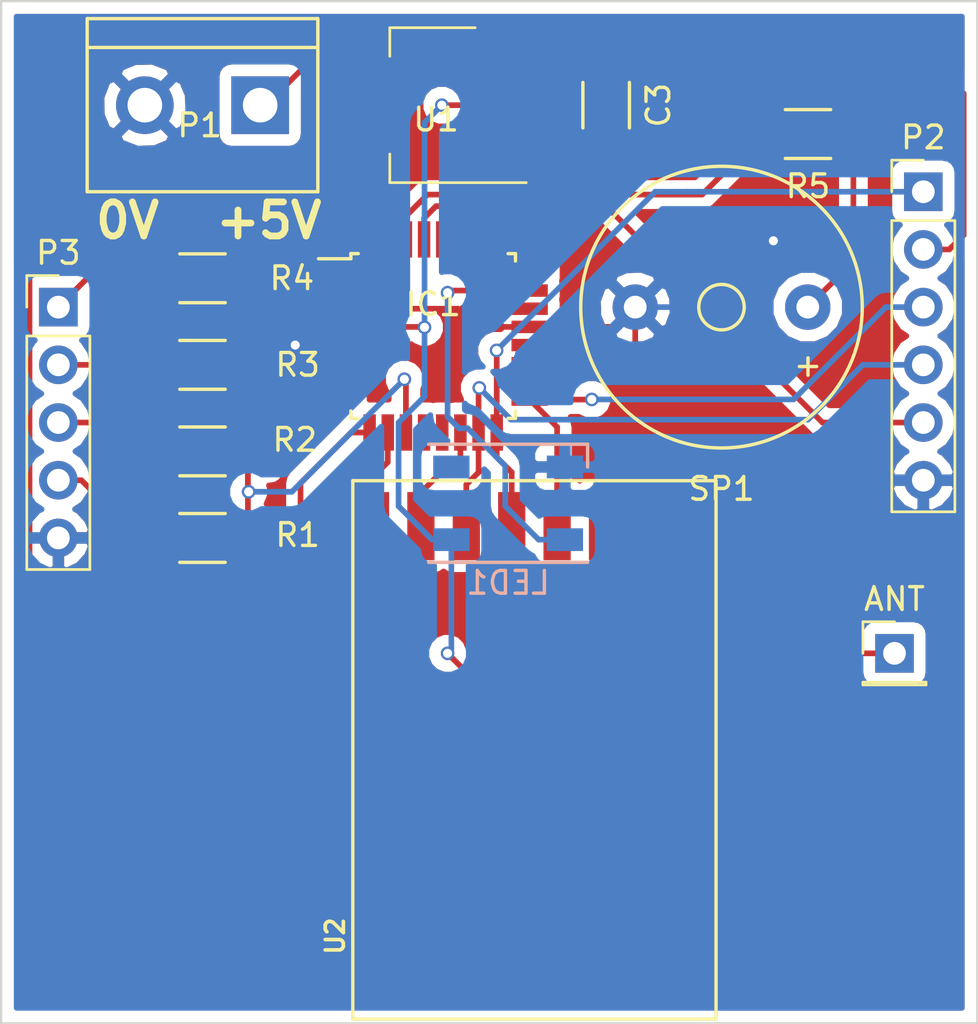
<source format=kicad_pcb>
(kicad_pcb (version 4) (host pcbnew 4.0.5-e0-6337~49~ubuntu16.04.1)

  (general
    (links 43)
    (no_connects 0)
    (area 93.949999 63.949999 137.050001 109.050001)
    (thickness 1.6)
    (drawings 7)
    (tracks 188)
    (zones 0)
    (modules 15)
    (nets 41)
  )

  (page A4)
  (layers
    (0 F.Cu signal)
    (31 B.Cu signal)
    (32 B.Adhes user)
    (33 F.Adhes user)
    (34 B.Paste user)
    (35 F.Paste user)
    (36 B.SilkS user)
    (37 F.SilkS user)
    (38 B.Mask user)
    (39 F.Mask user)
    (40 Dwgs.User user)
    (41 Cmts.User user)
    (42 Eco1.User user)
    (43 Eco2.User user)
    (44 Edge.Cuts user)
    (45 Margin user)
    (46 B.CrtYd user)
    (47 F.CrtYd user)
    (48 B.Fab user)
    (49 F.Fab user)
  )

  (setup
    (last_trace_width 0.25)
    (trace_clearance 0.2)
    (zone_clearance 0.508)
    (zone_45_only no)
    (trace_min 0.2)
    (segment_width 0.2)
    (edge_width 0.1)
    (via_size 0.6)
    (via_drill 0.4)
    (via_min_size 0.4)
    (via_min_drill 0.3)
    (uvia_size 0.3)
    (uvia_drill 0.1)
    (uvias_allowed no)
    (uvia_min_size 0.2)
    (uvia_min_drill 0.1)
    (pcb_text_width 0.3)
    (pcb_text_size 1.5 1.5)
    (mod_edge_width 0.15)
    (mod_text_size 1 1)
    (mod_text_width 0.15)
    (pad_size 1.5 1.5)
    (pad_drill 0.6)
    (pad_to_mask_clearance 0)
    (aux_axis_origin 0 0)
    (visible_elements FFFFFF7F)
    (pcbplotparams
      (layerselection 0x00030_80000001)
      (usegerberextensions false)
      (excludeedgelayer true)
      (linewidth 0.100000)
      (plotframeref false)
      (viasonmask false)
      (mode 1)
      (useauxorigin false)
      (hpglpennumber 1)
      (hpglpenspeed 20)
      (hpglpendiameter 15)
      (hpglpenoverlay 2)
      (psnegative false)
      (psa4output false)
      (plotreference true)
      (plotvalue true)
      (plotinvisibletext false)
      (padsonsilk false)
      (subtractmaskfromsilk false)
      (outputformat 1)
      (mirror false)
      (drillshape 1)
      (scaleselection 1)
      (outputdirectory ""))
  )

  (net 0 "")
  (net 1 /3V3)
  (net 2 /GND)
  (net 3 /TOUCH4)
  (net 4 /TOUCH3)
  (net 5 "Net-(IC1-Pad7)")
  (net 6 "Net-(IC1-Pad8)")
  (net 7 /TOUCH2)
  (net 8 /TOUCH1)
  (net 9 "Net-(IC1-Pad11)")
  (net 10 "Net-(IC1-Pad12)")
  (net 11 /CE)
  (net 12 /CS)
  (net 13 /MOSI)
  (net 14 /MISO)
  (net 15 /SCK)
  (net 16 "Net-(IC1-Pad18)")
  (net 17 "Net-(IC1-Pad19)")
  (net 18 "Net-(IC1-Pad20)")
  (net 19 "Net-(IC1-Pad22)")
  (net 20 /LED)
  (net 21 "Net-(IC1-Pad24)")
  (net 22 "Net-(IC1-Pad25)")
  (net 23 "Net-(IC1-Pad26)")
  (net 24 "Net-(IC1-Pad27)")
  (net 25 "Net-(IC1-Pad28)")
  (net 26 /RESET)
  (net 27 "Net-(IC1-Pad30)")
  (net 28 "Net-(IC1-Pad31)")
  (net 29 /IRQ)
  (net 30 "Net-(LED1-Pad2)")
  (net 31 /VCC)
  (net 32 "Net-(P4-Pad1)")
  (net 33 "Net-(R5-Pad1)")
  (net 34 "Net-(U2-Pad1)")
  (net 35 "Net-(U2-Pad3)")
  (net 36 "Net-(U2-Pad4)")
  (net 37 "Net-(U2-Pad5)")
  (net 38 "Net-(U2-Pad6)")
  (net 39 "Net-(U2-Pad7)")
  (net 40 "Net-(U2-Pad16)")

  (net_class Default "This is the default net class."
    (clearance 0.2)
    (trace_width 0.25)
    (via_dia 0.6)
    (via_drill 0.4)
    (uvia_dia 0.3)
    (uvia_drill 0.1)
    (add_net /3V3)
    (add_net /CE)
    (add_net /CS)
    (add_net /GND)
    (add_net /IRQ)
    (add_net /LED)
    (add_net /MISO)
    (add_net /MOSI)
    (add_net /RESET)
    (add_net /SCK)
    (add_net /TOUCH1)
    (add_net /TOUCH2)
    (add_net /TOUCH3)
    (add_net /TOUCH4)
    (add_net /VCC)
    (add_net "Net-(IC1-Pad11)")
    (add_net "Net-(IC1-Pad12)")
    (add_net "Net-(IC1-Pad18)")
    (add_net "Net-(IC1-Pad19)")
    (add_net "Net-(IC1-Pad20)")
    (add_net "Net-(IC1-Pad22)")
    (add_net "Net-(IC1-Pad24)")
    (add_net "Net-(IC1-Pad25)")
    (add_net "Net-(IC1-Pad26)")
    (add_net "Net-(IC1-Pad27)")
    (add_net "Net-(IC1-Pad28)")
    (add_net "Net-(IC1-Pad30)")
    (add_net "Net-(IC1-Pad31)")
    (add_net "Net-(IC1-Pad7)")
    (add_net "Net-(IC1-Pad8)")
    (add_net "Net-(LED1-Pad2)")
    (add_net "Net-(P4-Pad1)")
    (add_net "Net-(R5-Pad1)")
    (add_net "Net-(U2-Pad1)")
    (add_net "Net-(U2-Pad16)")
    (add_net "Net-(U2-Pad3)")
    (add_net "Net-(U2-Pad4)")
    (add_net "Net-(U2-Pad5)")
    (add_net "Net-(U2-Pad6)")
    (add_net "Net-(U2-Pad7)")
  )

  (module Capacitors_SMD:C_1206_HandSoldering (layer F.Cu) (tedit 541A9C03) (tstamp 586F9126)
    (at 120.65 68.58 270)
    (descr "Capacitor SMD 1206, hand soldering")
    (tags "capacitor 1206")
    (path /57E3DA4C)
    (attr smd)
    (fp_text reference C3 (at 0 -2.3 270) (layer F.SilkS)
      (effects (font (size 1 1) (thickness 0.15)))
    )
    (fp_text value 10uF (at 0 2.3 270) (layer F.Fab)
      (effects (font (size 1 1) (thickness 0.15)))
    )
    (fp_line (start -1.6 0.8) (end -1.6 -0.8) (layer F.Fab) (width 0.15))
    (fp_line (start 1.6 0.8) (end -1.6 0.8) (layer F.Fab) (width 0.15))
    (fp_line (start 1.6 -0.8) (end 1.6 0.8) (layer F.Fab) (width 0.15))
    (fp_line (start -1.6 -0.8) (end 1.6 -0.8) (layer F.Fab) (width 0.15))
    (fp_line (start -3.3 -1.15) (end 3.3 -1.15) (layer F.CrtYd) (width 0.05))
    (fp_line (start -3.3 1.15) (end 3.3 1.15) (layer F.CrtYd) (width 0.05))
    (fp_line (start -3.3 -1.15) (end -3.3 1.15) (layer F.CrtYd) (width 0.05))
    (fp_line (start 3.3 -1.15) (end 3.3 1.15) (layer F.CrtYd) (width 0.05))
    (fp_line (start 1 -1.025) (end -1 -1.025) (layer F.SilkS) (width 0.15))
    (fp_line (start -1 1.025) (end 1 1.025) (layer F.SilkS) (width 0.15))
    (pad 1 smd rect (at -2 0 270) (size 2 1.6) (layers F.Cu F.Paste F.Mask)
      (net 1 /3V3))
    (pad 2 smd rect (at 2 0 270) (size 2 1.6) (layers F.Cu F.Paste F.Mask)
      (net 2 /GND))
    (model Capacitors_SMD.3dshapes/C_1206_HandSoldering.wrl
      (at (xyz 0 0 0))
      (scale (xyz 1 1 1))
      (rotate (xyz 0 0 0))
    )
  )

  (module Housings_QFP:TQFP-32_7x7mm_Pitch0.8mm (layer F.Cu) (tedit 586F93BA) (tstamp 586F914A)
    (at 113.03 78.74)
    (descr "32-Lead Plastic Thin Quad Flatpack (PT) - 7x7x1.0 mm Body, 2.00 mm [TQFP] (see Microchip Packaging Specification 00000049BS.pdf)")
    (tags "QFP 0.8")
    (path /584FF8C0)
    (attr smd)
    (fp_text reference IC1 (at 0 -1.397) (layer F.SilkS)
      (effects (font (size 1 1) (thickness 0.15)))
    )
    (fp_text value ATMEGA328-A (at 0 6.05) (layer F.Fab)
      (effects (font (size 1 1) (thickness 0.15)))
    )
    (fp_text user %R (at 0 0) (layer F.Fab)
      (effects (font (size 1 1) (thickness 0.15)))
    )
    (fp_line (start -2.5 -3.5) (end 3.5 -3.5) (layer F.Fab) (width 0.15))
    (fp_line (start 3.5 -3.5) (end 3.5 3.5) (layer F.Fab) (width 0.15))
    (fp_line (start 3.5 3.5) (end -3.5 3.5) (layer F.Fab) (width 0.15))
    (fp_line (start -3.5 3.5) (end -3.5 -2.5) (layer F.Fab) (width 0.15))
    (fp_line (start -3.5 -2.5) (end -2.5 -3.5) (layer F.Fab) (width 0.15))
    (fp_line (start -5.3 -5.3) (end -5.3 5.3) (layer F.CrtYd) (width 0.05))
    (fp_line (start 5.3 -5.3) (end 5.3 5.3) (layer F.CrtYd) (width 0.05))
    (fp_line (start -5.3 -5.3) (end 5.3 -5.3) (layer F.CrtYd) (width 0.05))
    (fp_line (start -5.3 5.3) (end 5.3 5.3) (layer F.CrtYd) (width 0.05))
    (fp_line (start -3.625 -3.625) (end -3.625 -3.4) (layer F.SilkS) (width 0.15))
    (fp_line (start 3.625 -3.625) (end 3.625 -3.3) (layer F.SilkS) (width 0.15))
    (fp_line (start 3.625 3.625) (end 3.625 3.3) (layer F.SilkS) (width 0.15))
    (fp_line (start -3.625 3.625) (end -3.625 3.3) (layer F.SilkS) (width 0.15))
    (fp_line (start -3.625 -3.625) (end -3.3 -3.625) (layer F.SilkS) (width 0.15))
    (fp_line (start -3.625 3.625) (end -3.3 3.625) (layer F.SilkS) (width 0.15))
    (fp_line (start 3.625 3.625) (end 3.3 3.625) (layer F.SilkS) (width 0.15))
    (fp_line (start 3.625 -3.625) (end 3.3 -3.625) (layer F.SilkS) (width 0.15))
    (fp_line (start -3.625 -3.4) (end -5.05 -3.4) (layer F.SilkS) (width 0.15))
    (pad 1 smd rect (at -4.25 -2.8) (size 1.6 0.55) (layers F.Cu F.Paste F.Mask)
      (net 3 /TOUCH4))
    (pad 2 smd rect (at -4.25 -2) (size 1.6 0.55) (layers F.Cu F.Paste F.Mask)
      (net 4 /TOUCH3))
    (pad 3 smd rect (at -4.25 -1.2) (size 1.6 0.55) (layers F.Cu F.Paste F.Mask)
      (net 2 /GND))
    (pad 4 smd rect (at -4.25 -0.4) (size 1.6 0.55) (layers F.Cu F.Paste F.Mask)
      (net 1 /3V3))
    (pad 5 smd rect (at -4.25 0.4) (size 1.6 0.55) (layers F.Cu F.Paste F.Mask)
      (net 2 /GND))
    (pad 6 smd rect (at -4.25 1.2) (size 1.6 0.55) (layers F.Cu F.Paste F.Mask)
      (net 1 /3V3))
    (pad 7 smd rect (at -4.25 2) (size 1.6 0.55) (layers F.Cu F.Paste F.Mask)
      (net 5 "Net-(IC1-Pad7)"))
    (pad 8 smd rect (at -4.25 2.8) (size 1.6 0.55) (layers F.Cu F.Paste F.Mask)
      (net 6 "Net-(IC1-Pad8)"))
    (pad 9 smd rect (at -2.8 4.25 90) (size 1.6 0.55) (layers F.Cu F.Paste F.Mask)
      (net 7 /TOUCH2))
    (pad 10 smd rect (at -2 4.25 90) (size 1.6 0.55) (layers F.Cu F.Paste F.Mask)
      (net 8 /TOUCH1))
    (pad 11 smd rect (at -1.2 4.25 90) (size 1.6 0.55) (layers F.Cu F.Paste F.Mask)
      (net 9 "Net-(IC1-Pad11)"))
    (pad 12 smd rect (at -0.4 4.25 90) (size 1.6 0.55) (layers F.Cu F.Paste F.Mask)
      (net 10 "Net-(IC1-Pad12)"))
    (pad 13 smd rect (at 0.4 4.25 90) (size 1.6 0.55) (layers F.Cu F.Paste F.Mask)
      (net 11 /CE))
    (pad 14 smd rect (at 1.2 4.25 90) (size 1.6 0.55) (layers F.Cu F.Paste F.Mask)
      (net 12 /CS))
    (pad 15 smd rect (at 2 4.25 90) (size 1.6 0.55) (layers F.Cu F.Paste F.Mask)
      (net 13 /MOSI))
    (pad 16 smd rect (at 2.8 4.25 90) (size 1.6 0.55) (layers F.Cu F.Paste F.Mask)
      (net 14 /MISO))
    (pad 17 smd rect (at 4.25 2.8) (size 1.6 0.55) (layers F.Cu F.Paste F.Mask)
      (net 15 /SCK))
    (pad 18 smd rect (at 4.25 2) (size 1.6 0.55) (layers F.Cu F.Paste F.Mask)
      (net 16 "Net-(IC1-Pad18)"))
    (pad 19 smd rect (at 4.25 1.2) (size 1.6 0.55) (layers F.Cu F.Paste F.Mask)
      (net 17 "Net-(IC1-Pad19)"))
    (pad 20 smd rect (at 4.25 0.4) (size 1.6 0.55) (layers F.Cu F.Paste F.Mask)
      (net 18 "Net-(IC1-Pad20)"))
    (pad 21 smd rect (at 4.25 -0.4) (size 1.6 0.55) (layers F.Cu F.Paste F.Mask)
      (net 2 /GND))
    (pad 22 smd rect (at 4.25 -1.2) (size 1.6 0.55) (layers F.Cu F.Paste F.Mask)
      (net 19 "Net-(IC1-Pad22)"))
    (pad 23 smd rect (at 4.25 -2) (size 1.6 0.55) (layers F.Cu F.Paste F.Mask)
      (net 20 /LED))
    (pad 24 smd rect (at 4.25 -2.8) (size 1.6 0.55) (layers F.Cu F.Paste F.Mask)
      (net 21 "Net-(IC1-Pad24)"))
    (pad 25 smd rect (at 2.8 -4.25 90) (size 1.6 0.55) (layers F.Cu F.Paste F.Mask)
      (net 22 "Net-(IC1-Pad25)"))
    (pad 26 smd rect (at 2 -4.25 90) (size 1.6 0.55) (layers F.Cu F.Paste F.Mask)
      (net 23 "Net-(IC1-Pad26)"))
    (pad 27 smd rect (at 1.2 -4.25 90) (size 1.6 0.55) (layers F.Cu F.Paste F.Mask)
      (net 24 "Net-(IC1-Pad27)"))
    (pad 28 smd rect (at 0.4 -4.25 90) (size 1.6 0.55) (layers F.Cu F.Paste F.Mask)
      (net 25 "Net-(IC1-Pad28)"))
    (pad 29 smd rect (at -0.4 -4.25 90) (size 1.6 0.55) (layers F.Cu F.Paste F.Mask)
      (net 26 /RESET))
    (pad 30 smd rect (at -1.2 -4.25 90) (size 1.6 0.55) (layers F.Cu F.Paste F.Mask)
      (net 27 "Net-(IC1-Pad30)"))
    (pad 31 smd rect (at -2 -4.25 90) (size 1.6 0.55) (layers F.Cu F.Paste F.Mask)
      (net 28 "Net-(IC1-Pad31)"))
    (pad 32 smd rect (at -2.8 -4.25 90) (size 1.6 0.55) (layers F.Cu F.Paste F.Mask)
      (net 29 /IRQ))
    (model Housings_QFP.3dshapes/TQFP-32_7x7mm_Pitch0.8mm.wrl
      (at (xyz 0 0 0))
      (scale (xyz 1 1 1))
      (rotate (xyz 0 0 0))
    )
  )

  (module LEDs:LED_WS2812B-PLCC4 (layer B.Cu) (tedit 56C9C7F7) (tstamp 586F9152)
    (at 116.332 86.106)
    (descr http://www.world-semi.com/uploads/soft/150522/1-150522091P5.pdf)
    (tags "LED NeoPixel")
    (path /58529EB1)
    (attr smd)
    (fp_text reference LED1 (at 0 3.5) (layer B.SilkS)
      (effects (font (size 1 1) (thickness 0.15)) (justify mirror))
    )
    (fp_text value WS2812B (at 0 -4) (layer B.Fab)
      (effects (font (size 1 1) (thickness 0.15)) (justify mirror))
    )
    (fp_line (start 3.75 2.85) (end -3.75 2.85) (layer B.CrtYd) (width 0.05))
    (fp_line (start 3.75 -2.85) (end 3.75 2.85) (layer B.CrtYd) (width 0.05))
    (fp_line (start -3.75 -2.85) (end 3.75 -2.85) (layer B.CrtYd) (width 0.05))
    (fp_line (start -3.75 2.85) (end -3.75 -2.85) (layer B.CrtYd) (width 0.05))
    (fp_line (start 2.5 -1.5) (end 1.5 -2.5) (layer Dwgs.User) (width 0.1))
    (fp_line (start -2.5 2.5) (end -2.5 -2.5) (layer Dwgs.User) (width 0.1))
    (fp_line (start -2.5 -2.5) (end 2.5 -2.5) (layer Dwgs.User) (width 0.1))
    (fp_line (start 2.5 -2.5) (end 2.5 2.5) (layer Dwgs.User) (width 0.1))
    (fp_line (start 2.5 2.5) (end -2.5 2.5) (layer Dwgs.User) (width 0.1))
    (fp_line (start -3.5 2.6) (end 3.5 2.6) (layer B.SilkS) (width 0.15))
    (fp_line (start -3.5 -2.6) (end 3.5 -2.6) (layer B.SilkS) (width 0.15))
    (fp_line (start 3.5 -2.6) (end 3.5 -1.6) (layer B.SilkS) (width 0.15))
    (fp_circle (center 0 0) (end 0 2) (layer Dwgs.User) (width 0.1))
    (pad 3 smd rect (at 2.5 -1.6) (size 1.6 1) (layers B.Cu B.Paste B.Mask)
      (net 2 /GND))
    (pad 4 smd rect (at 2.5 1.6) (size 1.6 1) (layers B.Cu B.Paste B.Mask)
      (net 20 /LED))
    (pad 2 smd rect (at -2.5 -1.6) (size 1.6 1) (layers B.Cu B.Paste B.Mask)
      (net 30 "Net-(LED1-Pad2)"))
    (pad 1 smd rect (at -2.5 1.6) (size 1.6 1) (layers B.Cu B.Paste B.Mask)
      (net 1 /3V3))
    (model LEDs.3dshapes/LED_WS2812B-PLCC4.wrl
      (at (xyz 0 0 0.004))
      (scale (xyz 0.385 0.385 0.385))
      (rotate (xyz 0 0 180))
    )
  )

  (module Connectors:bornier2 (layer F.Cu) (tedit 586F989A) (tstamp 586F9158)
    (at 102.87 68.58 180)
    (descr "Bornier d'alimentation 2 pins")
    (tags DEV)
    (path /584FEEA5)
    (fp_text reference P1 (at 0.127 -0.889 180) (layer F.SilkS)
      (effects (font (size 1 1) (thickness 0.15)))
    )
    (fp_text value POW (at 0 -2.667 180) (layer F.Fab)
      (effects (font (size 1 1) (thickness 0.15)))
    )
    (fp_line (start 5.08 2.54) (end -5.08 2.54) (layer F.SilkS) (width 0.15))
    (fp_line (start 5.08 3.81) (end 5.08 -3.81) (layer F.SilkS) (width 0.15))
    (fp_line (start 5.08 -3.81) (end -5.08 -3.81) (layer F.SilkS) (width 0.15))
    (fp_line (start -5.08 -3.81) (end -5.08 3.81) (layer F.SilkS) (width 0.15))
    (fp_line (start -5.08 3.81) (end 5.08 3.81) (layer F.SilkS) (width 0.15))
    (pad 1 thru_hole rect (at -2.54 0 180) (size 2.54 2.54) (drill 1.524) (layers *.Cu *.Mask)
      (net 31 /VCC))
    (pad 2 thru_hole circle (at 2.54 0 180) (size 2.54 2.54) (drill 1.524) (layers *.Cu *.Mask)
      (net 2 /GND))
    (model Connect.3dshapes/bornier2.wrl
      (at (xyz 0 0 0))
      (scale (xyz 1 1 1))
      (rotate (xyz 0 0 0))
    )
  )

  (module Pin_Headers:Pin_Header_Straight_1x01_Pitch2.54mm (layer F.Cu) (tedit 586F9855) (tstamp 586F915D)
    (at 133.35 92.71)
    (descr "Through hole straight pin header, 1x01, 2.54mm pitch, single row")
    (tags "Through hole pin header THT 1x01 2.54mm single row")
    (path /586F938D)
    (fp_text reference ANT (at 0 -2.39) (layer F.SilkS)
      (effects (font (size 1 1) (thickness 0.15)))
    )
    (fp_text value ANT (at 0 2.39) (layer F.Fab)
      (effects (font (size 1 1) (thickness 0.15)))
    )
    (fp_line (start -1.27 -1.27) (end -1.27 1.27) (layer F.Fab) (width 0.1))
    (fp_line (start -1.27 1.27) (end 1.27 1.27) (layer F.Fab) (width 0.1))
    (fp_line (start 1.27 1.27) (end 1.27 -1.27) (layer F.Fab) (width 0.1))
    (fp_line (start 1.27 -1.27) (end -1.27 -1.27) (layer F.Fab) (width 0.1))
    (fp_line (start -1.39 1.27) (end -1.39 1.39) (layer F.SilkS) (width 0.12))
    (fp_line (start -1.39 1.39) (end 1.39 1.39) (layer F.SilkS) (width 0.12))
    (fp_line (start 1.39 1.39) (end 1.39 1.27) (layer F.SilkS) (width 0.12))
    (fp_line (start 1.39 1.27) (end -1.39 1.27) (layer F.SilkS) (width 0.12))
    (fp_line (start -1.39 0) (end -1.39 -1.39) (layer F.SilkS) (width 0.12))
    (fp_line (start -1.39 -1.39) (end 0 -1.39) (layer F.SilkS) (width 0.12))
    (fp_line (start -1.6 -1.6) (end -1.6 1.6) (layer F.CrtYd) (width 0.05))
    (fp_line (start -1.6 1.6) (end 1.6 1.6) (layer F.CrtYd) (width 0.05))
    (fp_line (start 1.6 1.6) (end 1.6 -1.6) (layer F.CrtYd) (width 0.05))
    (fp_line (start 1.6 -1.6) (end -1.6 -1.6) (layer F.CrtYd) (width 0.05))
    (pad 1 thru_hole rect (at 0 0) (size 1.7 1.7) (drill 1) (layers *.Cu *.Mask)
      (net 32 "Net-(P4-Pad1)"))
    (model Pin_Headers.3dshapes/Pin_Header_Straight_1x01_Pitch2.54mm.wrl
      (at (xyz 0 0 0))
      (scale (xyz 1 1 1))
      (rotate (xyz 0 0 90))
    )
  )

  (module Resistors_SMD:R_1206_HandSoldering (layer F.Cu) (tedit 586F98B1) (tstamp 586F9163)
    (at 102.87 87.63)
    (descr "Resistor SMD 1206, hand soldering")
    (tags "resistor 1206")
    (path /584FF2EE)
    (attr smd)
    (fp_text reference R1 (at 4.191 -0.127) (layer F.SilkS)
      (effects (font (size 1 1) (thickness 0.15)))
    )
    (fp_text value 10M (at 0 2.3) (layer F.Fab)
      (effects (font (size 1 1) (thickness 0.15)))
    )
    (fp_line (start -1.6 0.8) (end -1.6 -0.8) (layer F.Fab) (width 0.1))
    (fp_line (start 1.6 0.8) (end -1.6 0.8) (layer F.Fab) (width 0.1))
    (fp_line (start 1.6 -0.8) (end 1.6 0.8) (layer F.Fab) (width 0.1))
    (fp_line (start -1.6 -0.8) (end 1.6 -0.8) (layer F.Fab) (width 0.1))
    (fp_line (start -3.3 -1.2) (end 3.3 -1.2) (layer F.CrtYd) (width 0.05))
    (fp_line (start -3.3 1.2) (end 3.3 1.2) (layer F.CrtYd) (width 0.05))
    (fp_line (start -3.3 -1.2) (end -3.3 1.2) (layer F.CrtYd) (width 0.05))
    (fp_line (start 3.3 -1.2) (end 3.3 1.2) (layer F.CrtYd) (width 0.05))
    (fp_line (start 1 1.075) (end -1 1.075) (layer F.SilkS) (width 0.15))
    (fp_line (start -1 -1.075) (end 1 -1.075) (layer F.SilkS) (width 0.15))
    (pad 1 smd rect (at -2 0) (size 2 1.7) (layers F.Cu F.Paste F.Mask)
      (net 8 /TOUCH1))
    (pad 2 smd rect (at 2 0) (size 2 1.7) (layers F.Cu F.Paste F.Mask)
      (net 9 "Net-(IC1-Pad11)"))
    (model Resistors_SMD.3dshapes/R_1206_HandSoldering.wrl
      (at (xyz 0 0 0))
      (scale (xyz 1 1 1))
      (rotate (xyz 0 0 0))
    )
  )

  (module Resistors_SMD:R_1206_HandSoldering (layer F.Cu) (tedit 586F98AD) (tstamp 586F9169)
    (at 102.87 83.82)
    (descr "Resistor SMD 1206, hand soldering")
    (tags "resistor 1206")
    (path /584FF36A)
    (attr smd)
    (fp_text reference R2 (at 4.064 -0.508) (layer F.SilkS)
      (effects (font (size 1 1) (thickness 0.15)))
    )
    (fp_text value 10M (at 0 2.3) (layer F.Fab)
      (effects (font (size 1 1) (thickness 0.15)))
    )
    (fp_line (start -1.6 0.8) (end -1.6 -0.8) (layer F.Fab) (width 0.1))
    (fp_line (start 1.6 0.8) (end -1.6 0.8) (layer F.Fab) (width 0.1))
    (fp_line (start 1.6 -0.8) (end 1.6 0.8) (layer F.Fab) (width 0.1))
    (fp_line (start -1.6 -0.8) (end 1.6 -0.8) (layer F.Fab) (width 0.1))
    (fp_line (start -3.3 -1.2) (end 3.3 -1.2) (layer F.CrtYd) (width 0.05))
    (fp_line (start -3.3 1.2) (end 3.3 1.2) (layer F.CrtYd) (width 0.05))
    (fp_line (start -3.3 -1.2) (end -3.3 1.2) (layer F.CrtYd) (width 0.05))
    (fp_line (start 3.3 -1.2) (end 3.3 1.2) (layer F.CrtYd) (width 0.05))
    (fp_line (start 1 1.075) (end -1 1.075) (layer F.SilkS) (width 0.15))
    (fp_line (start -1 -1.075) (end 1 -1.075) (layer F.SilkS) (width 0.15))
    (pad 1 smd rect (at -2 0) (size 2 1.7) (layers F.Cu F.Paste F.Mask)
      (net 7 /TOUCH2))
    (pad 2 smd rect (at 2 0) (size 2 1.7) (layers F.Cu F.Paste F.Mask)
      (net 9 "Net-(IC1-Pad11)"))
    (model Resistors_SMD.3dshapes/R_1206_HandSoldering.wrl
      (at (xyz 0 0 0))
      (scale (xyz 1 1 1))
      (rotate (xyz 0 0 0))
    )
  )

  (module Resistors_SMD:R_1206_HandSoldering (layer F.Cu) (tedit 586F98AB) (tstamp 586F916F)
    (at 102.87 80.01)
    (descr "Resistor SMD 1206, hand soldering")
    (tags "resistor 1206")
    (path /584FF39E)
    (attr smd)
    (fp_text reference R3 (at 4.191 0) (layer F.SilkS)
      (effects (font (size 1 1) (thickness 0.15)))
    )
    (fp_text value 10M (at 0 2.3) (layer F.Fab)
      (effects (font (size 1 1) (thickness 0.15)))
    )
    (fp_line (start -1.6 0.8) (end -1.6 -0.8) (layer F.Fab) (width 0.1))
    (fp_line (start 1.6 0.8) (end -1.6 0.8) (layer F.Fab) (width 0.1))
    (fp_line (start 1.6 -0.8) (end 1.6 0.8) (layer F.Fab) (width 0.1))
    (fp_line (start -1.6 -0.8) (end 1.6 -0.8) (layer F.Fab) (width 0.1))
    (fp_line (start -3.3 -1.2) (end 3.3 -1.2) (layer F.CrtYd) (width 0.05))
    (fp_line (start -3.3 1.2) (end 3.3 1.2) (layer F.CrtYd) (width 0.05))
    (fp_line (start -3.3 -1.2) (end -3.3 1.2) (layer F.CrtYd) (width 0.05))
    (fp_line (start 3.3 -1.2) (end 3.3 1.2) (layer F.CrtYd) (width 0.05))
    (fp_line (start 1 1.075) (end -1 1.075) (layer F.SilkS) (width 0.15))
    (fp_line (start -1 -1.075) (end 1 -1.075) (layer F.SilkS) (width 0.15))
    (pad 1 smd rect (at -2 0) (size 2 1.7) (layers F.Cu F.Paste F.Mask)
      (net 4 /TOUCH3))
    (pad 2 smd rect (at 2 0) (size 2 1.7) (layers F.Cu F.Paste F.Mask)
      (net 9 "Net-(IC1-Pad11)"))
    (model Resistors_SMD.3dshapes/R_1206_HandSoldering.wrl
      (at (xyz 0 0 0))
      (scale (xyz 1 1 1))
      (rotate (xyz 0 0 0))
    )
  )

  (module Resistors_SMD:R_1206_HandSoldering (layer F.Cu) (tedit 586F98A9) (tstamp 586F9175)
    (at 102.87 76.2)
    (descr "Resistor SMD 1206, hand soldering")
    (tags "resistor 1206")
    (path /584FF3D9)
    (attr smd)
    (fp_text reference R4 (at 3.937 0) (layer F.SilkS)
      (effects (font (size 1 1) (thickness 0.15)))
    )
    (fp_text value 10M (at 0 2.3) (layer F.Fab)
      (effects (font (size 1 1) (thickness 0.15)))
    )
    (fp_line (start -1.6 0.8) (end -1.6 -0.8) (layer F.Fab) (width 0.1))
    (fp_line (start 1.6 0.8) (end -1.6 0.8) (layer F.Fab) (width 0.1))
    (fp_line (start 1.6 -0.8) (end 1.6 0.8) (layer F.Fab) (width 0.1))
    (fp_line (start -1.6 -0.8) (end 1.6 -0.8) (layer F.Fab) (width 0.1))
    (fp_line (start -3.3 -1.2) (end 3.3 -1.2) (layer F.CrtYd) (width 0.05))
    (fp_line (start -3.3 1.2) (end 3.3 1.2) (layer F.CrtYd) (width 0.05))
    (fp_line (start -3.3 -1.2) (end -3.3 1.2) (layer F.CrtYd) (width 0.05))
    (fp_line (start 3.3 -1.2) (end 3.3 1.2) (layer F.CrtYd) (width 0.05))
    (fp_line (start 1 1.075) (end -1 1.075) (layer F.SilkS) (width 0.15))
    (fp_line (start -1 -1.075) (end 1 -1.075) (layer F.SilkS) (width 0.15))
    (pad 1 smd rect (at -2 0) (size 2 1.7) (layers F.Cu F.Paste F.Mask)
      (net 3 /TOUCH4))
    (pad 2 smd rect (at 2 0) (size 2 1.7) (layers F.Cu F.Paste F.Mask)
      (net 9 "Net-(IC1-Pad11)"))
    (model Resistors_SMD.3dshapes/R_1206_HandSoldering.wrl
      (at (xyz 0 0 0))
      (scale (xyz 1 1 1))
      (rotate (xyz 0 0 0))
    )
  )

  (module Resistors_SMD:R_1206_HandSoldering (layer F.Cu) (tedit 58307C0D) (tstamp 586F917B)
    (at 129.54 69.85 180)
    (descr "Resistor SMD 1206, hand soldering")
    (tags "resistor 1206")
    (path /5852983F)
    (attr smd)
    (fp_text reference R5 (at 0 -2.3 180) (layer F.SilkS)
      (effects (font (size 1 1) (thickness 0.15)))
    )
    (fp_text value 100 (at 0 2.3 180) (layer F.Fab)
      (effects (font (size 1 1) (thickness 0.15)))
    )
    (fp_line (start -1.6 0.8) (end -1.6 -0.8) (layer F.Fab) (width 0.1))
    (fp_line (start 1.6 0.8) (end -1.6 0.8) (layer F.Fab) (width 0.1))
    (fp_line (start 1.6 -0.8) (end 1.6 0.8) (layer F.Fab) (width 0.1))
    (fp_line (start -1.6 -0.8) (end 1.6 -0.8) (layer F.Fab) (width 0.1))
    (fp_line (start -3.3 -1.2) (end 3.3 -1.2) (layer F.CrtYd) (width 0.05))
    (fp_line (start -3.3 1.2) (end 3.3 1.2) (layer F.CrtYd) (width 0.05))
    (fp_line (start -3.3 -1.2) (end -3.3 1.2) (layer F.CrtYd) (width 0.05))
    (fp_line (start 3.3 -1.2) (end 3.3 1.2) (layer F.CrtYd) (width 0.05))
    (fp_line (start 1 1.075) (end -1 1.075) (layer F.SilkS) (width 0.15))
    (fp_line (start -1 -1.075) (end 1 -1.075) (layer F.SilkS) (width 0.15))
    (pad 1 smd rect (at -2 0 180) (size 2 1.7) (layers F.Cu F.Paste F.Mask)
      (net 33 "Net-(R5-Pad1)"))
    (pad 2 smd rect (at 2 0 180) (size 2 1.7) (layers F.Cu F.Paste F.Mask)
      (net 27 "Net-(IC1-Pad30)"))
    (model Resistors_SMD.3dshapes/R_1206_HandSoldering.wrl
      (at (xyz 0 0 0))
      (scale (xyz 1 1 1))
      (rotate (xyz 0 0 0))
    )
  )

  (module Buzzers_Beepers:Buzzer_12x9.5RM7.6 (layer F.Cu) (tedit 544E361A) (tstamp 586F9181)
    (at 125.73 77.47 180)
    (descr "Generic Buzzer, D12mm height 9.5mm with RM7.6mm")
    (tags buzzer)
    (path /5852996A)
    (fp_text reference SP1 (at 0 -8.001 180) (layer F.SilkS)
      (effects (font (size 1 1) (thickness 0.15)))
    )
    (fp_text value BZ (at -1.00076 8.001 180) (layer F.Fab)
      (effects (font (size 1 1) (thickness 0.15)))
    )
    (fp_circle (center 0 0) (end 1.00076 0) (layer F.SilkS) (width 0.15))
    (fp_text user + (at -3.81 -2.54 180) (layer F.SilkS)
      (effects (font (size 1 1) (thickness 0.15)))
    )
    (fp_circle (center 0 0) (end 6.20014 0) (layer F.SilkS) (width 0.15))
    (pad 1 thru_hole circle (at -3.79984 0 180) (size 2 2) (drill 1.00076) (layers *.Cu *.Mask)
      (net 33 "Net-(R5-Pad1)"))
    (pad 2 thru_hole circle (at 3.79984 0 180) (size 2 2) (drill 1.00076) (layers *.Cu *.Mask)
      (net 2 /GND))
    (model Buzzers_Beepers.3dshapes/Buzzer_12x9.5RM7.6.wrl
      (at (xyz 0 0 0))
      (scale (xyz 4 4 4))
      (rotate (xyz 0 0 0))
    )
  )

  (module TO_SOT_Packages_SMD:SOT-223 (layer F.Cu) (tedit 586F9879) (tstamp 586F9189)
    (at 113.03 68.58 180)
    (descr "module CMS SOT223 4 pins")
    (tags "CMS SOT")
    (path /586F958C)
    (attr smd)
    (fp_text reference U1 (at -0.127 -0.635 180) (layer F.SilkS)
      (effects (font (size 1 1) (thickness 0.15)))
    )
    (fp_text value AMS1117 (at 0.508 0 270) (layer F.Fab)
      (effects (font (size 1 1) (thickness 0.15)))
    )
    (fp_line (start 1.91 3.41) (end 1.91 2.15) (layer F.SilkS) (width 0.12))
    (fp_line (start 1.91 -3.41) (end 1.91 -2.15) (layer F.SilkS) (width 0.12))
    (fp_line (start 4.4 -3.6) (end -4.4 -3.6) (layer F.CrtYd) (width 0.05))
    (fp_line (start 4.4 3.6) (end 4.4 -3.6) (layer F.CrtYd) (width 0.05))
    (fp_line (start -4.4 3.6) (end 4.4 3.6) (layer F.CrtYd) (width 0.05))
    (fp_line (start -4.4 -3.6) (end -4.4 3.6) (layer F.CrtYd) (width 0.05))
    (fp_line (start -1.85 -3.35) (end -1.85 3.35) (layer F.Fab) (width 0.15))
    (fp_line (start -1.85 3.41) (end 1.91 3.41) (layer F.SilkS) (width 0.12))
    (fp_line (start -1.85 -3.35) (end 1.85 -3.35) (layer F.Fab) (width 0.15))
    (fp_line (start -4.1 -3.41) (end 1.91 -3.41) (layer F.SilkS) (width 0.12))
    (fp_line (start -1.85 3.35) (end 1.85 3.35) (layer F.Fab) (width 0.15))
    (fp_line (start 1.85 -3.35) (end 1.85 3.35) (layer F.Fab) (width 0.15))
    (pad 4 smd rect (at 3.15 0 180) (size 2 3.8) (layers F.Cu F.Paste F.Mask))
    (pad 2 smd rect (at -3.15 0 180) (size 2 1.5) (layers F.Cu F.Paste F.Mask)
      (net 1 /3V3))
    (pad 3 smd rect (at -3.15 2.3 180) (size 2 1.5) (layers F.Cu F.Paste F.Mask)
      (net 31 /VCC))
    (pad 1 smd rect (at -3.15 -2.3 180) (size 2 1.5) (layers F.Cu F.Paste F.Mask)
      (net 2 /GND))
    (model TO_SOT_Packages_SMD.3dshapes/SOT-223.wrl
      (at (xyz 0 0 0))
      (scale (xyz 0.4 0.4 0.4))
      (rotate (xyz 0 0 90))
    )
  )

  (module Mysensors_Radio:RFM69HW_SMD_Handsoldering (layer F.Cu) (tedit 558806AF) (tstamp 586F919D)
    (at 110.49 105.41 90)
    (descr RFM69HW)
    (tags "RFM69HW, RF69")
    (path /586F8E84)
    (fp_text reference U2 (at 0.254 -1.778 90) (layer F.SilkS)
      (effects (font (size 0.8 0.8) (thickness 0.16)))
    )
    (fp_text value RFM69HW (at 8.382 7.112 90) (layer F.Fab) hide
      (effects (font (size 0.8 0.8) (thickness 0.16)))
    )
    (fp_line (start -3.4 15) (end -3.4 -1) (layer F.SilkS) (width 0.15))
    (fp_line (start 20.3 15) (end -3.4 15) (layer F.SilkS) (width 0.15))
    (fp_line (start 20.3 -1) (end 20.3 15) (layer F.SilkS) (width 0.15))
    (fp_line (start -3.4 -1) (end 20.3 -1) (layer F.SilkS) (width 0.15))
    (fp_line (start -3.4 15) (end 20.3 15) (layer F.CrtYd) (width 0.15))
    (fp_line (start 20.3 -1) (end 20.3 15) (layer F.CrtYd) (width 0.15))
    (fp_line (start -3.4 -1) (end -3.4 15) (layer F.CrtYd) (width 0.15))
    (fp_line (start -3.4 -1) (end 20.3 -1) (layer F.CrtYd) (width 0.15))
    (fp_line (start 20.3 -1) (end 20.3 15) (layer B.CrtYd) (width 0.15))
    (fp_line (start -3.4 -1) (end -3.4 15) (layer B.CrtYd) (width 0.15))
    (fp_line (start -3.4 15) (end 20.3 15) (layer B.CrtYd) (width 0.15))
    (fp_line (start -3.4 -1) (end 20.3 -1) (layer B.CrtYd) (width 0.15))
    (pad 1 smd rect (at -1.4 0 90) (size 3 1.2) (layers F.Cu F.Paste F.Mask)
      (net 34 "Net-(U2-Pad1)"))
    (pad 2 smd rect (at -1.4 2 90) (size 3 1.2) (layers F.Cu F.Paste F.Mask)
      (net 29 /IRQ))
    (pad 3 smd rect (at -1.4 4 90) (size 3 1.2) (layers F.Cu F.Paste F.Mask)
      (net 35 "Net-(U2-Pad3)"))
    (pad 4 smd rect (at -1.4 6 90) (size 3 1.2) (layers F.Cu F.Paste F.Mask)
      (net 36 "Net-(U2-Pad4)"))
    (pad 5 smd rect (at -1.4 8 90) (size 3 1.2) (layers F.Cu F.Paste F.Mask)
      (net 37 "Net-(U2-Pad5)"))
    (pad 6 smd rect (at -1.4 10 90) (size 3 1.2) (layers F.Cu F.Paste F.Mask)
      (net 38 "Net-(U2-Pad6)"))
    (pad 7 smd rect (at -1.4 12 90) (size 3 1.2) (layers F.Cu F.Paste F.Mask)
      (net 39 "Net-(U2-Pad7)"))
    (pad 8 smd rect (at -1.4 14 90) (size 3 1.2) (layers F.Cu F.Paste F.Mask)
      (net 1 /3V3))
    (pad 9 smd rect (at 18.3 14 90) (size 3 1.2) (layers F.Cu F.Paste F.Mask)
      (net 2 /GND))
    (pad 10 smd rect (at 18.3 12 90) (size 3 1.2) (layers F.Cu F.Paste F.Mask)
      (net 32 "Net-(P4-Pad1)"))
    (pad 11 smd rect (at 18.3 10 90) (size 3 1.2) (layers F.Cu F.Paste F.Mask)
      (net 2 /GND))
    (pad 12 smd rect (at 18.3 8 90) (size 3 1.2) (layers F.Cu F.Paste F.Mask)
      (net 15 /SCK))
    (pad 13 smd rect (at 18.3 6 90) (size 3 1.2) (layers F.Cu F.Paste F.Mask)
      (net 14 /MISO))
    (pad 14 smd rect (at 18.3 4 90) (size 3 1.2) (layers F.Cu F.Paste F.Mask)
      (net 13 /MOSI))
    (pad 15 smd rect (at 18.3 2 90) (size 3 1.2) (layers F.Cu F.Paste F.Mask)
      (net 12 /CS))
    (pad 16 smd rect (at 18.3 0 90) (size 3 1.2) (layers F.Cu F.Paste F.Mask)
      (net 40 "Net-(U2-Pad16)"))
    (model ${MYSLOCAL}/mysensors.3dshapes/mysensors_radios.3dshapes/rfm69hw.wrl
      (at (xyz 0.332 -0.275 0.03))
      (scale (xyz 0.395 0.395 0.395))
      (rotate (xyz 0 0 180))
    )
    (model Crystals.3dshapes/crystal_FA238-TSX3225.wrl
      (at (xyz 0.332 -0.08 0.06))
      (scale (xyz 0.24 0.24 0.24))
      (rotate (xyz 0 0 90))
    )
    (model Housings_DFN_QFN.3dshapes/QFN-28-1EP_5x5mm_Pitch0.5mm.wrl
      (at (xyz 0.204 -0.445 0.06))
      (scale (xyz 1 1 1))
      (rotate (xyz 0 0 0))
    )
  )

  (module Pin_Headers:Pin_Header_Straight_1x05_Pitch2.54mm (layer F.Cu) (tedit 5862ED52) (tstamp 586F91FB)
    (at 96.52 77.47)
    (descr "Through hole straight pin header, 1x05, 2.54mm pitch, single row")
    (tags "Through hole pin header THT 1x05 2.54mm single row")
    (path /5852A28C)
    (fp_text reference P3 (at 0 -2.39) (layer F.SilkS)
      (effects (font (size 1 1) (thickness 0.15)))
    )
    (fp_text value FACE (at 0 12.55) (layer F.Fab)
      (effects (font (size 1 1) (thickness 0.15)))
    )
    (fp_line (start -1.27 -1.27) (end -1.27 11.43) (layer F.Fab) (width 0.1))
    (fp_line (start -1.27 11.43) (end 1.27 11.43) (layer F.Fab) (width 0.1))
    (fp_line (start 1.27 11.43) (end 1.27 -1.27) (layer F.Fab) (width 0.1))
    (fp_line (start 1.27 -1.27) (end -1.27 -1.27) (layer F.Fab) (width 0.1))
    (fp_line (start -1.39 1.27) (end -1.39 11.55) (layer F.SilkS) (width 0.12))
    (fp_line (start -1.39 11.55) (end 1.39 11.55) (layer F.SilkS) (width 0.12))
    (fp_line (start 1.39 11.55) (end 1.39 1.27) (layer F.SilkS) (width 0.12))
    (fp_line (start 1.39 1.27) (end -1.39 1.27) (layer F.SilkS) (width 0.12))
    (fp_line (start -1.39 0) (end -1.39 -1.39) (layer F.SilkS) (width 0.12))
    (fp_line (start -1.39 -1.39) (end 0 -1.39) (layer F.SilkS) (width 0.12))
    (fp_line (start -1.6 -1.6) (end -1.6 11.7) (layer F.CrtYd) (width 0.05))
    (fp_line (start -1.6 11.7) (end 1.6 11.7) (layer F.CrtYd) (width 0.05))
    (fp_line (start 1.6 11.7) (end 1.6 -1.6) (layer F.CrtYd) (width 0.05))
    (fp_line (start 1.6 -1.6) (end -1.6 -1.6) (layer F.CrtYd) (width 0.05))
    (pad 1 thru_hole rect (at 0 0) (size 1.7 1.7) (drill 1) (layers *.Cu *.Mask)
      (net 3 /TOUCH4))
    (pad 2 thru_hole oval (at 0 2.54) (size 1.7 1.7) (drill 1) (layers *.Cu *.Mask)
      (net 4 /TOUCH3))
    (pad 3 thru_hole oval (at 0 5.08) (size 1.7 1.7) (drill 1) (layers *.Cu *.Mask)
      (net 7 /TOUCH2))
    (pad 4 thru_hole oval (at 0 7.62) (size 1.7 1.7) (drill 1) (layers *.Cu *.Mask)
      (net 8 /TOUCH1))
    (pad 5 thru_hole oval (at 0 10.16) (size 1.7 1.7) (drill 1) (layers *.Cu *.Mask)
      (net 2 /GND))
    (model Pin_Headers.3dshapes/Pin_Header_Straight_1x05_Pitch2.54mm.wrl
      (at (xyz 0 -0.2 0))
      (scale (xyz 1 1 1))
      (rotate (xyz 0 0 90))
    )
  )

  (module Pin_Headers:Pin_Header_Straight_1x06_Pitch2.54mm (layer F.Cu) (tedit 5862ED52) (tstamp 586F9445)
    (at 134.62 72.39)
    (descr "Through hole straight pin header, 1x06, 2.54mm pitch, single row")
    (tags "Through hole pin header THT 1x06 2.54mm single row")
    (path /5852941C)
    (fp_text reference P2 (at 0 -2.39) (layer F.SilkS)
      (effects (font (size 1 1) (thickness 0.15)))
    )
    (fp_text value ICSP (at 0 15.09) (layer F.Fab)
      (effects (font (size 1 1) (thickness 0.15)))
    )
    (fp_line (start -1.27 -1.27) (end -1.27 13.97) (layer F.Fab) (width 0.1))
    (fp_line (start -1.27 13.97) (end 1.27 13.97) (layer F.Fab) (width 0.1))
    (fp_line (start 1.27 13.97) (end 1.27 -1.27) (layer F.Fab) (width 0.1))
    (fp_line (start 1.27 -1.27) (end -1.27 -1.27) (layer F.Fab) (width 0.1))
    (fp_line (start -1.39 1.27) (end -1.39 14.09) (layer F.SilkS) (width 0.12))
    (fp_line (start -1.39 14.09) (end 1.39 14.09) (layer F.SilkS) (width 0.12))
    (fp_line (start 1.39 14.09) (end 1.39 1.27) (layer F.SilkS) (width 0.12))
    (fp_line (start 1.39 1.27) (end -1.39 1.27) (layer F.SilkS) (width 0.12))
    (fp_line (start -1.39 0) (end -1.39 -1.39) (layer F.SilkS) (width 0.12))
    (fp_line (start -1.39 -1.39) (end 0 -1.39) (layer F.SilkS) (width 0.12))
    (fp_line (start -1.6 -1.6) (end -1.6 14.3) (layer F.CrtYd) (width 0.05))
    (fp_line (start -1.6 14.3) (end 1.6 14.3) (layer F.CrtYd) (width 0.05))
    (fp_line (start 1.6 14.3) (end 1.6 -1.6) (layer F.CrtYd) (width 0.05))
    (fp_line (start 1.6 -1.6) (end -1.6 -1.6) (layer F.CrtYd) (width 0.05))
    (pad 1 thru_hole rect (at 0 0) (size 1.7 1.7) (drill 1) (layers *.Cu *.Mask)
      (net 14 /MISO))
    (pad 2 thru_hole oval (at 0 2.54) (size 1.7 1.7) (drill 1) (layers *.Cu *.Mask)
      (net 1 /3V3))
    (pad 3 thru_hole oval (at 0 5.08) (size 1.7 1.7) (drill 1) (layers *.Cu *.Mask)
      (net 15 /SCK))
    (pad 4 thru_hole oval (at 0 7.62) (size 1.7 1.7) (drill 1) (layers *.Cu *.Mask)
      (net 13 /MOSI))
    (pad 5 thru_hole oval (at 0 10.16) (size 1.7 1.7) (drill 1) (layers *.Cu *.Mask)
      (net 26 /RESET))
    (pad 6 thru_hole oval (at 0 12.7) (size 1.7 1.7) (drill 1) (layers *.Cu *.Mask)
      (net 2 /GND))
    (model Pin_Headers.3dshapes/Pin_Header_Straight_1x06_Pitch2.54mm.wrl
      (at (xyz 0 -0.25 0))
      (scale (xyz 1 1 1))
      (rotate (xyz 0 0 90))
    )
  )

  (gr_text 0V (at 99.568 73.66) (layer F.SilkS)
    (effects (font (size 1.5 1.5) (thickness 0.3)))
  )
  (gr_text "+5V\n" (at 105.791 73.66) (layer F.SilkS)
    (effects (font (size 1.5 1.5) (thickness 0.3)))
  )
  (gr_line (start 94 64) (end 95 64) (angle 90) (layer Edge.Cuts) (width 0.1))
  (gr_line (start 94 109) (end 94 64) (angle 90) (layer Edge.Cuts) (width 0.1))
  (gr_line (start 137 109) (end 94 109) (angle 90) (layer Edge.Cuts) (width 0.1))
  (gr_line (start 137 64) (end 137 109) (angle 90) (layer Edge.Cuts) (width 0.1))
  (gr_line (start 95 64) (end 137 64) (angle 90) (layer Edge.Cuts) (width 0.1))

  (segment (start 134.62 74.93) (end 135.763 74.93) (width 0.25) (layer F.Cu) (net 1) (status 400000))
  (segment (start 134.906 66.58) (end 120.65 66.58) (width 0.25) (layer F.Cu) (net 1) (tstamp 5875DF66) (status 800000))
  (segment (start 136.398 68.072) (end 134.906 66.58) (width 0.25) (layer F.Cu) (net 1) (tstamp 5875DF64))
  (segment (start 136.398 74.295) (end 136.398 68.072) (width 0.25) (layer F.Cu) (net 1) (tstamp 5875DF63))
  (segment (start 135.763 74.93) (end 136.398 74.295) (width 0.25) (layer F.Cu) (net 1) (tstamp 5875DF62))
  (segment (start 112.649 78.359) (end 112.649 69.342) (width 0.25) (layer B.Cu) (net 1))
  (segment (start 113.411 68.58) (end 116.18 68.58) (width 0.25) (layer F.Cu) (net 1) (tstamp 586F96FD))
  (via (at 113.411 68.58) (size 0.6) (drill 0.4) (layers F.Cu B.Cu) (net 1))
  (segment (start 112.649 69.342) (end 113.411 68.58) (width 0.25) (layer B.Cu) (net 1) (tstamp 586F96FB))
  (segment (start 108.78 79.94) (end 109.925 79.94) (width 0.25) (layer F.Cu) (net 1))
  (segment (start 110.871 78.994) (end 110.871 78.34) (width 0.25) (layer F.Cu) (net 1) (tstamp 586F96F6))
  (segment (start 109.925 79.94) (end 110.871 78.994) (width 0.25) (layer F.Cu) (net 1) (tstamp 586F96F5))
  (segment (start 124.49 106.81) (end 124.49 103.535) (width 0.25) (layer F.Cu) (net 1))
  (segment (start 113.832 92.543) (end 113.832 87.706) (width 0.25) (layer B.Cu) (net 1) (tstamp 586F96F2))
  (segment (start 113.665 92.71) (end 113.832 92.543) (width 0.25) (layer B.Cu) (net 1) (tstamp 586F96F1))
  (via (at 113.665 92.71) (size 0.6) (drill 0.4) (layers F.Cu B.Cu) (net 1))
  (segment (start 124.49 103.535) (end 113.665 92.71) (width 0.25) (layer F.Cu) (net 1) (tstamp 586F96ED))
  (segment (start 113.832 87.706) (end 112.979 87.706) (width 0.25) (layer B.Cu) (net 1))
  (segment (start 112.63 78.34) (end 110.871 78.34) (width 0.25) (layer F.Cu) (net 1) (tstamp 586F96E6))
  (segment (start 110.871 78.34) (end 108.78 78.34) (width 0.25) (layer F.Cu) (net 1) (tstamp 586F96F9))
  (segment (start 112.649 78.359) (end 112.63 78.34) (width 0.25) (layer F.Cu) (net 1) (tstamp 586F96E5))
  (via (at 112.649 78.359) (size 0.6) (drill 0.4) (layers F.Cu B.Cu) (net 1))
  (segment (start 112.649 81.407) (end 112.649 78.359) (width 0.25) (layer B.Cu) (net 1) (tstamp 586F96E2))
  (segment (start 111.506 82.55) (end 112.649 81.407) (width 0.25) (layer B.Cu) (net 1) (tstamp 586F96E0))
  (segment (start 111.506 86.233) (end 111.506 82.55) (width 0.25) (layer B.Cu) (net 1) (tstamp 586F96DE))
  (segment (start 112.979 87.706) (end 111.506 86.233) (width 0.25) (layer B.Cu) (net 1) (tstamp 586F96DD))
  (segment (start 116.18 68.58) (end 118.65 68.58) (width 0.25) (layer F.Cu) (net 1))
  (segment (start 118.65 68.58) (end 120.65 66.58) (width 0.25) (layer F.Cu) (net 1) (tstamp 586F9633))
  (segment (start 121.93016 77.47) (end 125.095 77.47) (width 0.25) (layer B.Cu) (net 2))
  (segment (start 123.412 67.818) (end 120.65 70.58) (width 0.25) (layer F.Cu) (net 2) (tstamp 586F981F))
  (segment (start 128.778 67.818) (end 123.412 67.818) (width 0.25) (layer F.Cu) (net 2) (tstamp 586F981E))
  (segment (start 129.413 68.453) (end 128.778 67.818) (width 0.25) (layer F.Cu) (net 2) (tstamp 586F981D))
  (segment (start 129.413 73.152) (end 129.413 68.453) (width 0.25) (layer F.Cu) (net 2) (tstamp 586F981B))
  (segment (start 128.016 74.549) (end 129.413 73.152) (width 0.25) (layer F.Cu) (net 2) (tstamp 586F981A))
  (via (at 128.016 74.549) (size 0.6) (drill 0.4) (layers F.Cu B.Cu) (net 2))
  (segment (start 125.095 77.47) (end 128.016 74.549) (width 0.25) (layer B.Cu) (net 2) (tstamp 586F9816))
  (segment (start 116.18 70.88) (end 120.35 70.88) (width 0.25) (layer F.Cu) (net 2))
  (segment (start 120.35 70.88) (end 120.65 70.58) (width 0.25) (layer F.Cu) (net 2) (tstamp 586F9800))
  (segment (start 108.78 77.54) (end 114.116 77.54) (width 0.25) (layer F.Cu) (net 2))
  (segment (start 114.916 78.34) (end 117.28 78.34) (width 0.25) (layer F.Cu) (net 2) (tstamp 586F97F7))
  (segment (start 114.116 77.54) (end 114.916 78.34) (width 0.25) (layer F.Cu) (net 2) (tstamp 586F97F6))
  (segment (start 117.28 78.34) (end 121.06016 78.34) (width 0.25) (layer F.Cu) (net 2))
  (segment (start 121.06016 78.34) (end 121.93016 77.47) (width 0.25) (layer F.Cu) (net 2) (tstamp 586F97F2))
  (segment (start 120.49 87.11) (end 120.49 82.73032) (width 0.25) (layer F.Cu) (net 2))
  (segment (start 120.49 82.73032) (end 121.93016 81.29016) (width 0.25) (layer F.Cu) (net 2) (tstamp 586F97EE))
  (segment (start 121.93016 77.47) (end 121.93016 81.29016) (width 0.25) (layer F.Cu) (net 2))
  (segment (start 124.49 83.85) (end 124.49 87.11) (width 0.25) (layer F.Cu) (net 2) (tstamp 586F97D2))
  (segment (start 121.93016 81.29016) (end 124.49 83.85) (width 0.25) (layer F.Cu) (net 2) (tstamp 586F97CF))
  (segment (start 96.52 87.63) (end 98.463 87.63) (width 0.25) (layer B.Cu) (net 2))
  (segment (start 98.463 87.63) (end 106.953 79.14) (width 0.25) (layer B.Cu) (net 2) (tstamp 586F97AA))
  (via (at 106.953 79.14) (size 0.6) (drill 0.4) (layers F.Cu B.Cu) (net 2))
  (segment (start 108.78 77.54) (end 107.372 77.54) (width 0.25) (layer F.Cu) (net 2))
  (segment (start 106.934 79.121) (end 106.953 79.14) (width 0.25) (layer F.Cu) (net 2) (tstamp 586F979D))
  (segment (start 106.934 77.978) (end 106.934 79.121) (width 0.25) (layer F.Cu) (net 2) (tstamp 586F979C))
  (segment (start 107.372 77.54) (end 106.934 77.978) (width 0.25) (layer F.Cu) (net 2) (tstamp 586F979B))
  (segment (start 106.953 79.14) (end 108.78 79.14) (width 0.25) (layer F.Cu) (net 2) (tstamp 586F97A0))
  (segment (start 100.87 76.2) (end 100.87 75.914) (width 0.25) (layer F.Cu) (net 3))
  (segment (start 100.87 75.914) (end 102.997 73.787) (width 0.25) (layer F.Cu) (net 3) (tstamp 58735B02))
  (segment (start 107.442 73.787) (end 108.78 75.125) (width 0.25) (layer F.Cu) (net 3) (tstamp 58735B07))
  (segment (start 102.997 73.787) (end 107.442 73.787) (width 0.25) (layer F.Cu) (net 3) (tstamp 58735B03))
  (segment (start 108.78 75.125) (end 108.78 75.94) (width 0.25) (layer F.Cu) (net 3) (tstamp 58735B0B))
  (segment (start 100.87 76.2) (end 97.79 76.2) (width 0.25) (layer F.Cu) (net 3))
  (segment (start 97.79 76.2) (end 96.52 77.47) (width 0.25) (layer F.Cu) (net 3) (tstamp 586F95D4))
  (segment (start 108.78 75.94) (end 108.198 75.94) (width 0.25) (layer F.Cu) (net 3))
  (segment (start 108.78 76.74) (end 107.601 76.74) (width 0.25) (layer F.Cu) (net 4))
  (segment (start 107.601 76.74) (end 107.315 76.454) (width 0.25) (layer F.Cu) (net 4) (tstamp 58735AF0))
  (segment (start 107.315 76.454) (end 107.315 75.819) (width 0.25) (layer F.Cu) (net 4) (tstamp 58735AF1))
  (segment (start 107.315 75.819) (end 106.045 74.549) (width 0.25) (layer F.Cu) (net 4) (tstamp 58735AF4))
  (segment (start 106.045 74.549) (end 103.759 74.549) (width 0.25) (layer F.Cu) (net 4) (tstamp 58735AF6))
  (segment (start 103.759 74.549) (end 102.489 75.819) (width 0.25) (layer F.Cu) (net 4) (tstamp 58735AFA))
  (segment (start 100.87 80.01) (end 100.87 79.47) (width 0.25) (layer F.Cu) (net 4))
  (segment (start 100.87 79.47) (end 102.489 77.851) (width 0.25) (layer F.Cu) (net 4) (tstamp 586F9698))
  (segment (start 102.489 77.851) (end 102.489 75.819) (width 0.25) (layer F.Cu) (net 4) (tstamp 586F9699))
  (segment (start 100.87 80.01) (end 100.87 79.978) (width 0.25) (layer F.Cu) (net 4))
  (segment (start 107.315 76.454) (end 107.601 76.74) (width 0.25) (layer F.Cu) (net 4) (tstamp 586F96A1))
  (segment (start 96.52 80.01) (end 100.87 80.01) (width 0.25) (layer F.Cu) (net 4))
  (segment (start 102.616 88.138) (end 103.759 89.281) (width 0.25) (layer F.Cu) (net 7))
  (segment (start 107.188 88.138) (end 107.188 87.63) (width 0.25) (layer F.Cu) (net 7) (tstamp 58735B96))
  (segment (start 106.045 89.281) (end 107.188 88.138) (width 0.25) (layer F.Cu) (net 7) (tstamp 58735B93))
  (segment (start 105.791 89.281) (end 106.045 89.281) (width 0.25) (layer F.Cu) (net 7) (tstamp 58735B92))
  (segment (start 103.759 89.281) (end 105.791 89.281) (width 0.25) (layer F.Cu) (net 7) (tstamp 58735B91))
  (segment (start 109.855 82.99) (end 109.415 82.99) (width 0.25) (layer F.Cu) (net 7))
  (segment (start 110.23 82.99) (end 109.855 82.99) (width 0.25) (layer F.Cu) (net 7))
  (segment (start 109.415 82.99) (end 107.188 85.217) (width 0.25) (layer F.Cu) (net 7) (tstamp 586F9682))
  (segment (start 107.188 85.217) (end 107.188 87.63) (width 0.25) (layer F.Cu) (net 7) (tstamp 586F9683))
  (segment (start 102.616 85.566) (end 100.87 83.82) (width 0.25) (layer F.Cu) (net 7) (tstamp 586F95F7))
  (segment (start 102.616 88.138) (end 102.616 85.566) (width 0.25) (layer F.Cu) (net 7) (tstamp 58735B8F))
  (segment (start 96.52 82.55) (end 99.6 82.55) (width 0.25) (layer F.Cu) (net 7))
  (segment (start 99.6 82.55) (end 100.87 83.82) (width 0.25) (layer F.Cu) (net 7) (tstamp 586F95DA))
  (segment (start 100.87 87.63) (end 100.87 87.662) (width 0.25) (layer F.Cu) (net 8))
  (segment (start 100.87 87.662) (end 103.251 90.043) (width 0.25) (layer F.Cu) (net 8) (tstamp 58735B9C))
  (segment (start 106.68 90.043) (end 108.077 88.646) (width 0.25) (layer F.Cu) (net 8) (tstamp 58735B9F))
  (segment (start 103.251 90.043) (end 106.68 90.043) (width 0.25) (layer F.Cu) (net 8) (tstamp 58735B9D))
  (segment (start 111.03 84.296) (end 111.03 82.99) (width 0.25) (layer F.Cu) (net 8) (tstamp 586F9606))
  (segment (start 110.744 84.582) (end 111.03 84.296) (width 0.25) (layer F.Cu) (net 8) (tstamp 586F9605))
  (segment (start 108.966 84.582) (end 110.744 84.582) (width 0.25) (layer F.Cu) (net 8) (tstamp 586F9604))
  (segment (start 108.077 85.471) (end 108.966 84.582) (width 0.25) (layer F.Cu) (net 8) (tstamp 586F9603))
  (segment (start 108.077 88.646) (end 108.077 85.471) (width 0.25) (layer F.Cu) (net 8) (tstamp 58735BA3))
  (segment (start 96.52 85.09) (end 97.536 85.09) (width 0.25) (layer F.Cu) (net 8))
  (segment (start 97.536 85.09) (end 100.076 87.63) (width 0.25) (layer F.Cu) (net 8) (tstamp 586F95DE))
  (segment (start 100.076 87.63) (end 100.87 87.63) (width 0.25) (layer F.Cu) (net 8) (tstamp 586F95E0))
  (segment (start 104.87 83.82) (end 104.87 85.566) (width 0.25) (layer F.Cu) (net 9))
  (segment (start 104.902 85.598) (end 106.807 85.598) (width 0.25) (layer B.Cu) (net 9) (tstamp 58735B88))
  (via (at 104.902 85.598) (size 0.6) (drill 0.4) (layers F.Cu B.Cu) (net 9))
  (segment (start 104.87 85.566) (end 104.902 85.598) (width 0.25) (layer F.Cu) (net 9) (tstamp 58735B84))
  (segment (start 111.83 82.99) (end 111.83 80.715) (width 0.25) (layer F.Cu) (net 9))
  (segment (start 111.83 80.715) (end 111.76 80.645) (width 0.25) (layer F.Cu) (net 9) (tstamp 586F96AF))
  (via (at 111.76 80.645) (size 0.6) (drill 0.4) (layers F.Cu B.Cu) (net 9))
  (segment (start 111.76 80.645) (end 106.807 85.598) (width 0.25) (layer B.Cu) (net 9) (tstamp 586F96B1))
  (segment (start 104.87 87.63) (end 104.87 83.82) (width 0.25) (layer F.Cu) (net 9))
  (segment (start 104.87 83.82) (end 104.87 80.01) (width 0.25) (layer F.Cu) (net 9) (tstamp 586F966E))
  (segment (start 104.87 80.01) (end 104.87 76.2) (width 0.25) (layer F.Cu) (net 9) (tstamp 586F966F))
  (segment (start 112.49 87.11) (end 112.49 85.63) (width 0.25) (layer F.Cu) (net 12))
  (segment (start 112.49 85.63) (end 113.665 84.455) (width 0.25) (layer F.Cu) (net 12) (tstamp 586F9609))
  (segment (start 113.665 84.455) (end 113.919 84.455) (width 0.25) (layer F.Cu) (net 12) (tstamp 586F960A))
  (segment (start 113.919 84.455) (end 114.23 84.144) (width 0.25) (layer F.Cu) (net 12) (tstamp 586F960B))
  (segment (start 114.23 84.144) (end 114.23 82.99) (width 0.25) (layer F.Cu) (net 12) (tstamp 586F960C))
  (segment (start 115.03 82.99) (end 115.03 81.058) (width 0.25) (layer F.Cu) (net 13))
  (segment (start 116.459 82.423) (end 121.031 82.423) (width 0.25) (layer B.Cu) (net 13) (tstamp 58735B4E))
  (segment (start 115.062 81.026) (end 116.459 82.423) (width 0.25) (layer B.Cu) (net 13) (tstamp 58735B4D))
  (via (at 115.062 81.026) (size 0.6) (drill 0.4) (layers F.Cu B.Cu) (net 13))
  (segment (start 115.03 81.058) (end 115.062 81.026) (width 0.25) (layer F.Cu) (net 13) (tstamp 58735B4B))
  (segment (start 134.62 80.01) (end 131.953 80.01) (width 0.25) (layer B.Cu) (net 13))
  (segment (start 131.953 80.01) (end 129.54 82.423) (width 0.25) (layer B.Cu) (net 13) (tstamp 586F965A))
  (segment (start 129.54 82.423) (end 121.031 82.423) (width 0.25) (layer B.Cu) (net 13) (tstamp 586F965C))
  (segment (start 114.49 87.11) (end 114.49 85.281) (width 0.25) (layer F.Cu) (net 13))
  (segment (start 115.03 84.741) (end 115.03 82.99) (width 0.25) (layer F.Cu) (net 13) (tstamp 586F9610))
  (segment (start 114.49 85.281) (end 115.03 84.741) (width 0.25) (layer F.Cu) (net 13) (tstamp 586F960F))
  (segment (start 115.83 82.99) (end 115.83 79.381) (width 0.25) (layer F.Cu) (net 14))
  (segment (start 122.809 72.39) (end 124.206 72.39) (width 0.25) (layer B.Cu) (net 14) (tstamp 58735B33))
  (segment (start 115.824 79.375) (end 122.809 72.39) (width 0.25) (layer B.Cu) (net 14) (tstamp 58735B32))
  (via (at 115.824 79.375) (size 0.6) (drill 0.4) (layers F.Cu B.Cu) (net 14))
  (segment (start 115.83 79.381) (end 115.824 79.375) (width 0.25) (layer F.Cu) (net 14) (tstamp 58735B2B))
  (segment (start 124.714 72.39) (end 124.206 72.39) (width 0.25) (layer B.Cu) (net 14))
  (segment (start 134.62 72.39) (end 124.714 72.39) (width 0.25) (layer B.Cu) (net 14))
  (segment (start 115.83 82.99) (end 115.83 84.08) (width 0.25) (layer F.Cu) (net 14))
  (segment (start 116.49 84.74) (end 116.49 87.11) (width 0.25) (layer F.Cu) (net 14) (tstamp 586F9614))
  (segment (start 115.83 84.08) (end 116.49 84.74) (width 0.25) (layer F.Cu) (net 14) (tstamp 586F9613))
  (segment (start 134.62 77.47) (end 132.969 77.47) (width 0.25) (layer B.Cu) (net 15))
  (segment (start 120.009 81.54) (end 117.28 81.54) (width 0.25) (layer F.Cu) (net 15) (tstamp 586F9656))
  (segment (start 120.015 81.534) (end 120.009 81.54) (width 0.25) (layer F.Cu) (net 15) (tstamp 586F9655))
  (via (at 120.015 81.534) (size 0.6) (drill 0.4) (layers F.Cu B.Cu) (net 15))
  (segment (start 128.905 81.534) (end 120.015 81.534) (width 0.25) (layer B.Cu) (net 15) (tstamp 586F9652))
  (segment (start 132.969 77.47) (end 128.905 81.534) (width 0.25) (layer B.Cu) (net 15) (tstamp 586F9650))
  (segment (start 118.49 87.11) (end 118.49 82.75) (width 0.25) (layer F.Cu) (net 15))
  (segment (start 118.49 82.75) (end 117.28 81.54) (width 0.25) (layer F.Cu) (net 15) (tstamp 586F961D))
  (segment (start 118.832 87.706) (end 117.678 87.706) (width 0.25) (layer B.Cu) (net 20))
  (segment (start 113.76 76.74) (end 117.28 76.74) (width 0.25) (layer F.Cu) (net 20) (tstamp 586F96DA))
  (segment (start 113.665 76.835) (end 113.76 76.74) (width 0.25) (layer F.Cu) (net 20) (tstamp 586F96D9))
  (via (at 113.665 76.835) (size 0.6) (drill 0.4) (layers F.Cu B.Cu) (net 20))
  (segment (start 113.665 82.296) (end 113.665 76.835) (width 0.25) (layer B.Cu) (net 20) (tstamp 586F96D7))
  (segment (start 114.173 82.804) (end 113.665 82.296) (width 0.25) (layer B.Cu) (net 20) (tstamp 586F96D6))
  (segment (start 114.554 82.804) (end 114.173 82.804) (width 0.25) (layer B.Cu) (net 20) (tstamp 586F96D4))
  (segment (start 116.205 84.455) (end 114.554 82.804) (width 0.25) (layer B.Cu) (net 20) (tstamp 586F96D2))
  (segment (start 116.205 86.233) (end 116.205 84.455) (width 0.25) (layer B.Cu) (net 20) (tstamp 586F96D0))
  (segment (start 117.678 87.706) (end 116.205 86.233) (width 0.25) (layer B.Cu) (net 20) (tstamp 586F96CF))
  (segment (start 112.63 74.49) (end 112.63 73.552) (width 0.25) (layer F.Cu) (net 26))
  (segment (start 130.175 82.55) (end 134.62 82.55) (width 0.25) (layer F.Cu) (net 26) (tstamp 586F9625))
  (segment (start 120.65 73.025) (end 130.175 82.55) (width 0.25) (layer F.Cu) (net 26) (tstamp 586F9623))
  (segment (start 113.157 73.025) (end 120.65 73.025) (width 0.25) (layer F.Cu) (net 26) (tstamp 586F9622))
  (segment (start 112.63 73.552) (end 113.157 73.025) (width 0.25) (layer F.Cu) (net 26) (tstamp 586F9621))
  (segment (start 111.83 74.49) (end 111.83 73.463) (width 0.25) (layer F.Cu) (net 27))
  (segment (start 124.873 72.517) (end 127.54 69.85) (width 0.25) (layer F.Cu) (net 27) (tstamp 586F9570))
  (segment (start 112.776 72.517) (end 124.873 72.517) (width 0.25) (layer F.Cu) (net 27) (tstamp 586F956F))
  (segment (start 111.83 73.463) (end 112.776 72.517) (width 0.25) (layer F.Cu) (net 27) (tstamp 586F956E))
  (segment (start 110.23 74.49) (end 110.23 74.035) (width 0.25) (layer F.Cu) (net 29))
  (segment (start 110.23 74.035) (end 109.22 73.025) (width 0.25) (layer F.Cu) (net 29) (tstamp 58735B0E))
  (segment (start 109.22 73.025) (end 98.171 73.025) (width 0.25) (layer F.Cu) (net 29) (tstamp 58735B0F))
  (segment (start 99.314 93.472) (end 105.156 99.314) (width 0.25) (layer F.Cu) (net 29))
  (segment (start 106.807 99.314) (end 106.807 99.441) (width 0.25) (layer F.Cu) (net 29) (tstamp 586F990A))
  (segment (start 106.68 99.314) (end 106.807 99.314) (width 0.25) (layer F.Cu) (net 29) (tstamp 586F9908))
  (segment (start 105.156 99.314) (end 106.68 99.314) (width 0.25) (layer F.Cu) (net 29) (tstamp 586F9907))
  (segment (start 112.49 106.81) (end 112.49 105.124) (width 0.25) (layer F.Cu) (net 29))
  (segment (start 112.49 105.124) (end 106.807 99.441) (width 0.25) (layer F.Cu) (net 29) (tstamp 586F9717))
  (segment (start 95.25 75.946) (end 98.171 73.025) (width 0.25) (layer F.Cu) (net 29) (tstamp 586F970A))
  (segment (start 95.25 89.408) (end 95.25 75.946) (width 0.25) (layer F.Cu) (net 29) (tstamp 586F9706))
  (segment (start 99.314 93.472) (end 95.25 89.408) (width 0.25) (layer F.Cu) (net 29) (tstamp 586F9905))
  (segment (start 108.712 65.532) (end 113.411 65.532) (width 0.25) (layer F.Cu) (net 31))
  (segment (start 113.411 65.532) (end 114.159 66.28) (width 0.25) (layer F.Cu) (net 31) (tstamp 58735B6A))
  (segment (start 105.41 68.58) (end 105.664 68.58) (width 0.25) (layer F.Cu) (net 31))
  (segment (start 105.664 68.58) (end 108.712 65.532) (width 0.25) (layer F.Cu) (net 31) (tstamp 58735B5D))
  (segment (start 116.18 66.28) (end 116.18 66.065) (width 0.25) (layer F.Cu) (net 31))
  (segment (start 116.18 66.28) (end 114.159 66.28) (width 0.25) (layer F.Cu) (net 31))
  (segment (start 122.49 87.11) (end 122.49 90.613) (width 0.25) (layer F.Cu) (net 32))
  (segment (start 124.587 92.71) (end 133.35 92.71) (width 0.25) (layer F.Cu) (net 32) (tstamp 586F9619))
  (segment (start 122.49 90.613) (end 124.587 92.71) (width 0.25) (layer F.Cu) (net 32) (tstamp 586F9617))
  (segment (start 131.54 69.85) (end 131.54 75.45984) (width 0.25) (layer F.Cu) (net 33))
  (segment (start 131.54 75.45984) (end 129.52984 77.47) (width 0.25) (layer F.Cu) (net 33) (tstamp 586F9566))

  (zone (net 2) (net_name /GND) (layer B.Cu) (tstamp 586F975F) (hatch edge 0.508)
    (connect_pads (clearance 0.508))
    (min_thickness 0.254)
    (fill yes (arc_segments 16) (thermal_gap 0.508) (thermal_bridge_width 0.508))
    (polygon
      (pts
        (xy 94 64) (xy 137 64) (xy 137 109) (xy 94 109)
      )
    )
    (filled_polygon
      (pts
        (xy 136.315 108.315) (xy 94.685 108.315) (xy 94.685 87.98689) (xy 95.078524 87.98689) (xy 95.248355 88.396924)
        (xy 95.638642 88.825183) (xy 96.163108 89.071486) (xy 96.393 88.950819) (xy 96.393 87.757) (xy 96.647 87.757)
        (xy 96.647 88.950819) (xy 96.876892 89.071486) (xy 97.401358 88.825183) (xy 97.791645 88.396924) (xy 97.961476 87.98689)
        (xy 97.840155 87.757) (xy 96.647 87.757) (xy 96.393 87.757) (xy 95.199845 87.757) (xy 95.078524 87.98689)
        (xy 94.685 87.98689) (xy 94.685 80.01) (xy 95.005907 80.01) (xy 95.118946 80.578285) (xy 95.440853 81.060054)
        (xy 95.770026 81.28) (xy 95.440853 81.499946) (xy 95.118946 81.981715) (xy 95.005907 82.55) (xy 95.118946 83.118285)
        (xy 95.440853 83.600054) (xy 95.770026 83.82) (xy 95.440853 84.039946) (xy 95.118946 84.521715) (xy 95.005907 85.09)
        (xy 95.118946 85.658285) (xy 95.440853 86.140054) (xy 95.781553 86.367702) (xy 95.638642 86.434817) (xy 95.248355 86.863076)
        (xy 95.078524 87.27311) (xy 95.199845 87.503) (xy 96.393 87.503) (xy 96.393 87.483) (xy 96.647 87.483)
        (xy 96.647 87.503) (xy 97.840155 87.503) (xy 97.961476 87.27311) (xy 97.791645 86.863076) (xy 97.401358 86.434817)
        (xy 97.258447 86.367702) (xy 97.599147 86.140054) (xy 97.83761 85.783167) (xy 103.966838 85.783167) (xy 104.108883 86.126943)
        (xy 104.371673 86.390192) (xy 104.715201 86.532838) (xy 105.087167 86.533162) (xy 105.430943 86.391117) (xy 105.464118 86.358)
        (xy 106.807 86.358) (xy 107.097839 86.300148) (xy 107.344401 86.135401) (xy 110.746 82.733802) (xy 110.746 86.233)
        (xy 110.803852 86.523839) (xy 110.968599 86.770401) (xy 112.38456 88.186362) (xy 112.38456 88.206) (xy 112.428838 88.441317)
        (xy 112.56791 88.657441) (xy 112.78011 88.802431) (xy 113.032 88.85344) (xy 113.072 88.85344) (xy 113.072 91.980828)
        (xy 112.872808 92.179673) (xy 112.730162 92.523201) (xy 112.729838 92.895167) (xy 112.871883 93.238943) (xy 113.134673 93.502192)
        (xy 113.478201 93.644838) (xy 113.850167 93.645162) (xy 114.193943 93.503117) (xy 114.457192 93.240327) (xy 114.599838 92.896799)
        (xy 114.600162 92.524833) (xy 114.592 92.505079) (xy 114.592 91.86) (xy 131.85256 91.86) (xy 131.85256 93.56)
        (xy 131.896838 93.795317) (xy 132.03591 94.011441) (xy 132.24811 94.156431) (xy 132.5 94.20744) (xy 134.2 94.20744)
        (xy 134.435317 94.163162) (xy 134.651441 94.02409) (xy 134.796431 93.81189) (xy 134.84744 93.56) (xy 134.84744 91.86)
        (xy 134.803162 91.624683) (xy 134.66409 91.408559) (xy 134.45189 91.263569) (xy 134.2 91.21256) (xy 132.5 91.21256)
        (xy 132.264683 91.256838) (xy 132.048559 91.39591) (xy 131.903569 91.60811) (xy 131.85256 91.86) (xy 114.592 91.86)
        (xy 114.592 88.85344) (xy 114.632 88.85344) (xy 114.867317 88.809162) (xy 115.083441 88.67009) (xy 115.228431 88.45789)
        (xy 115.27944 88.206) (xy 115.27944 87.206) (xy 115.235162 86.970683) (xy 115.09609 86.754559) (xy 114.88389 86.609569)
        (xy 114.632 86.55856) (xy 113.032 86.55856) (xy 112.926259 86.578457) (xy 112.266 85.918198) (xy 112.266 82.864802)
        (xy 112.905 82.225802) (xy 112.905 82.296) (xy 112.962852 82.586839) (xy 113.127599 82.833401) (xy 113.635599 83.341401)
        (xy 113.661279 83.35856) (xy 113.032 83.35856) (xy 112.796683 83.402838) (xy 112.580559 83.54191) (xy 112.435569 83.75411)
        (xy 112.38456 84.006) (xy 112.38456 85.006) (xy 112.428838 85.241317) (xy 112.56791 85.457441) (xy 112.78011 85.602431)
        (xy 113.032 85.65344) (xy 114.632 85.65344) (xy 114.867317 85.609162) (xy 115.083441 85.47009) (xy 115.228431 85.25789)
        (xy 115.27944 85.006) (xy 115.27944 84.604242) (xy 115.445 84.769802) (xy 115.445 86.233) (xy 115.502852 86.523839)
        (xy 115.667599 86.770401) (xy 117.140599 88.243401) (xy 117.387161 88.408148) (xy 117.423975 88.415471) (xy 117.428838 88.441317)
        (xy 117.56791 88.657441) (xy 117.78011 88.802431) (xy 118.032 88.85344) (xy 119.632 88.85344) (xy 119.867317 88.809162)
        (xy 120.083441 88.67009) (xy 120.228431 88.45789) (xy 120.27944 88.206) (xy 120.27944 87.206) (xy 120.235162 86.970683)
        (xy 120.09609 86.754559) (xy 119.88389 86.609569) (xy 119.632 86.55856) (xy 118.032 86.55856) (xy 117.796683 86.602838)
        (xy 117.707213 86.660411) (xy 116.965 85.918198) (xy 116.965 84.79175) (xy 117.397 84.79175) (xy 117.397 85.13231)
        (xy 117.493673 85.365699) (xy 117.672302 85.544327) (xy 117.905691 85.641) (xy 118.54625 85.641) (xy 118.705 85.48225)
        (xy 118.705 84.633) (xy 118.959 84.633) (xy 118.959 85.48225) (xy 119.11775 85.641) (xy 119.758309 85.641)
        (xy 119.991698 85.544327) (xy 120.089135 85.44689) (xy 133.178524 85.44689) (xy 133.348355 85.856924) (xy 133.738642 86.285183)
        (xy 134.263108 86.531486) (xy 134.493 86.410819) (xy 134.493 85.217) (xy 134.747 85.217) (xy 134.747 86.410819)
        (xy 134.976892 86.531486) (xy 135.501358 86.285183) (xy 135.891645 85.856924) (xy 136.061476 85.44689) (xy 135.940155 85.217)
        (xy 134.747 85.217) (xy 134.493 85.217) (xy 133.299845 85.217) (xy 133.178524 85.44689) (xy 120.089135 85.44689)
        (xy 120.170327 85.365699) (xy 120.267 85.13231) (xy 120.267 84.79175) (xy 120.10825 84.633) (xy 118.959 84.633)
        (xy 118.705 84.633) (xy 117.55575 84.633) (xy 117.397 84.79175) (xy 116.965 84.79175) (xy 116.965 84.455)
        (xy 116.907148 84.164161) (xy 116.742401 83.917599) (xy 116.704492 83.87969) (xy 117.397 83.87969) (xy 117.397 84.22025)
        (xy 117.55575 84.379) (xy 118.705 84.379) (xy 118.705 83.52975) (xy 118.959 83.52975) (xy 118.959 84.379)
        (xy 120.10825 84.379) (xy 120.267 84.22025) (xy 120.267 83.87969) (xy 120.170327 83.646301) (xy 119.991698 83.467673)
        (xy 119.758309 83.371) (xy 119.11775 83.371) (xy 118.959 83.52975) (xy 118.705 83.52975) (xy 118.54625 83.371)
        (xy 117.905691 83.371) (xy 117.672302 83.467673) (xy 117.493673 83.646301) (xy 117.397 83.87969) (xy 116.704492 83.87969)
        (xy 115.091401 82.266599) (xy 114.844839 82.101852) (xy 114.554 82.044) (xy 114.487802 82.044) (xy 114.425 81.981198)
        (xy 114.425 81.711333) (xy 114.531673 81.818192) (xy 114.875201 81.960838) (xy 114.922077 81.960879) (xy 115.921599 82.960401)
        (xy 116.16816 83.125148) (xy 116.459 83.183) (xy 129.54 83.183) (xy 129.830839 83.125148) (xy 130.077401 82.960401)
        (xy 132.267802 80.77) (xy 133.347046 80.77) (xy 133.540853 81.060054) (xy 133.870026 81.28) (xy 133.540853 81.499946)
        (xy 133.218946 81.981715) (xy 133.105907 82.55) (xy 133.218946 83.118285) (xy 133.540853 83.600054) (xy 133.881553 83.827702)
        (xy 133.738642 83.894817) (xy 133.348355 84.323076) (xy 133.178524 84.73311) (xy 133.299845 84.963) (xy 134.493 84.963)
        (xy 134.493 84.943) (xy 134.747 84.943) (xy 134.747 84.963) (xy 135.940155 84.963) (xy 136.061476 84.73311)
        (xy 135.891645 84.323076) (xy 135.501358 83.894817) (xy 135.358447 83.827702) (xy 135.699147 83.600054) (xy 136.021054 83.118285)
        (xy 136.134093 82.55) (xy 136.021054 81.981715) (xy 135.699147 81.499946) (xy 135.369974 81.28) (xy 135.699147 81.060054)
        (xy 136.021054 80.578285) (xy 136.134093 80.01) (xy 136.021054 79.441715) (xy 135.699147 78.959946) (xy 135.369974 78.74)
        (xy 135.699147 78.520054) (xy 136.021054 78.038285) (xy 136.134093 77.47) (xy 136.021054 76.901715) (xy 135.699147 76.419946)
        (xy 135.369974 76.2) (xy 135.699147 75.980054) (xy 136.021054 75.498285) (xy 136.134093 74.93) (xy 136.021054 74.361715)
        (xy 135.699147 73.879946) (xy 135.657548 73.85215) (xy 135.705317 73.843162) (xy 135.921441 73.70409) (xy 136.066431 73.49189)
        (xy 136.11744 73.24) (xy 136.11744 71.54) (xy 136.073162 71.304683) (xy 135.93409 71.088559) (xy 135.72189 70.943569)
        (xy 135.47 70.89256) (xy 133.77 70.89256) (xy 133.534683 70.936838) (xy 133.318559 71.07591) (xy 133.173569 71.28811)
        (xy 133.12256 71.54) (xy 133.12256 71.63) (xy 122.809 71.63) (xy 122.518161 71.687852) (xy 122.271599 71.852599)
        (xy 115.68432 78.439878) (xy 115.638833 78.439838) (xy 115.295057 78.581883) (xy 115.031808 78.844673) (xy 114.889162 79.188201)
        (xy 114.888838 79.560167) (xy 115.030883 79.903943) (xy 115.217749 80.091135) (xy 114.876833 80.090838) (xy 114.533057 80.232883)
        (xy 114.425 80.340752) (xy 114.425 77.397463) (xy 114.457192 77.365327) (xy 114.599838 77.021799) (xy 114.600162 76.649833)
        (xy 114.458117 76.306057) (xy 114.195327 76.042808) (xy 113.851799 75.900162) (xy 113.479833 75.899838) (xy 113.409 75.929106)
        (xy 113.409 69.656802) (xy 113.55068 69.515122) (xy 113.596167 69.515162) (xy 113.939943 69.373117) (xy 114.203192 69.110327)
        (xy 114.345838 68.766799) (xy 114.346162 68.394833) (xy 114.204117 68.051057) (xy 113.941327 67.787808) (xy 113.597799 67.645162)
        (xy 113.225833 67.644838) (xy 112.882057 67.786883) (xy 112.618808 68.049673) (xy 112.476162 68.393201) (xy 112.476121 68.440077)
        (xy 112.111599 68.804599) (xy 111.946852 69.051161) (xy 111.889 69.342) (xy 111.889 77.796537) (xy 111.856808 77.828673)
        (xy 111.714162 78.172201) (xy 111.713838 78.544167) (xy 111.855883 78.887943) (xy 111.889 78.921118) (xy 111.889 79.710112)
        (xy 111.574833 79.709838) (xy 111.231057 79.851883) (xy 110.967808 80.114673) (xy 110.825162 80.458201) (xy 110.825121 80.505077)
        (xy 106.492198 84.838) (xy 105.464463 84.838) (xy 105.432327 84.805808) (xy 105.088799 84.663162) (xy 104.716833 84.662838)
        (xy 104.373057 84.804883) (xy 104.109808 85.067673) (xy 103.967162 85.411201) (xy 103.966838 85.783167) (xy 97.83761 85.783167)
        (xy 97.921054 85.658285) (xy 98.034093 85.09) (xy 97.921054 84.521715) (xy 97.599147 84.039946) (xy 97.269974 83.82)
        (xy 97.599147 83.600054) (xy 97.921054 83.118285) (xy 98.034093 82.55) (xy 97.921054 81.981715) (xy 97.599147 81.499946)
        (xy 97.269974 81.28) (xy 97.599147 81.060054) (xy 97.921054 80.578285) (xy 98.034093 80.01) (xy 97.921054 79.441715)
        (xy 97.599147 78.959946) (xy 97.557548 78.93215) (xy 97.605317 78.923162) (xy 97.821441 78.78409) (xy 97.966431 78.57189)
        (xy 98.01744 78.32) (xy 98.01744 76.62) (xy 97.973162 76.384683) (xy 97.83409 76.168559) (xy 97.62189 76.023569)
        (xy 97.37 75.97256) (xy 95.67 75.97256) (xy 95.434683 76.016838) (xy 95.218559 76.15591) (xy 95.073569 76.36811)
        (xy 95.02256 76.62) (xy 95.02256 78.32) (xy 95.066838 78.555317) (xy 95.20591 78.771441) (xy 95.41811 78.916431)
        (xy 95.485541 78.930086) (xy 95.440853 78.959946) (xy 95.118946 79.441715) (xy 95.005907 80.01) (xy 94.685 80.01)
        (xy 94.685 69.927777) (xy 99.161828 69.927777) (xy 99.29352 70.222657) (xy 100.001036 70.494261) (xy 100.758632 70.474436)
        (xy 101.36648 70.222657) (xy 101.498172 69.927777) (xy 100.33 68.759605) (xy 99.161828 69.927777) (xy 94.685 69.927777)
        (xy 94.685 68.251036) (xy 98.415739 68.251036) (xy 98.435564 69.008632) (xy 98.687343 69.61648) (xy 98.982223 69.748172)
        (xy 100.150395 68.58) (xy 100.509605 68.58) (xy 101.677777 69.748172) (xy 101.972657 69.61648) (xy 102.244261 68.908964)
        (xy 102.224436 68.151368) (xy 101.972657 67.54352) (xy 101.677777 67.411828) (xy 100.509605 68.58) (xy 100.150395 68.58)
        (xy 98.982223 67.411828) (xy 98.687343 67.54352) (xy 98.415739 68.251036) (xy 94.685 68.251036) (xy 94.685 67.232223)
        (xy 99.161828 67.232223) (xy 100.33 68.400395) (xy 101.420395 67.31) (xy 103.49256 67.31) (xy 103.49256 69.85)
        (xy 103.536838 70.085317) (xy 103.67591 70.301441) (xy 103.88811 70.446431) (xy 104.14 70.49744) (xy 106.68 70.49744)
        (xy 106.915317 70.453162) (xy 107.131441 70.31409) (xy 107.276431 70.10189) (xy 107.32744 69.85) (xy 107.32744 67.31)
        (xy 107.283162 67.074683) (xy 107.14409 66.858559) (xy 106.93189 66.713569) (xy 106.68 66.66256) (xy 104.14 66.66256)
        (xy 103.904683 66.706838) (xy 103.688559 66.84591) (xy 103.543569 67.05811) (xy 103.49256 67.31) (xy 101.420395 67.31)
        (xy 101.498172 67.232223) (xy 101.36648 66.937343) (xy 100.658964 66.665739) (xy 99.901368 66.685564) (xy 99.29352 66.937343)
        (xy 99.161828 67.232223) (xy 94.685 67.232223) (xy 94.685 64.685) (xy 136.315 64.685)
      )
    )
    (filled_polygon
      (pts
        (xy 133.12256 73.24) (xy 133.166838 73.475317) (xy 133.30591 73.691441) (xy 133.51811 73.836431) (xy 133.585541 73.850086)
        (xy 133.540853 73.879946) (xy 133.218946 74.361715) (xy 133.105907 74.93) (xy 133.218946 75.498285) (xy 133.540853 75.980054)
        (xy 133.870026 76.2) (xy 133.540853 76.419946) (xy 133.347046 76.71) (xy 132.969 76.71) (xy 132.678161 76.767852)
        (xy 132.431599 76.932599) (xy 128.590198 80.774) (xy 120.577463 80.774) (xy 120.545327 80.741808) (xy 120.201799 80.599162)
        (xy 119.829833 80.598838) (xy 119.486057 80.740883) (xy 119.222808 81.003673) (xy 119.080162 81.347201) (xy 119.079887 81.663)
        (xy 116.773802 81.663) (xy 115.997122 80.88632) (xy 115.997162 80.840833) (xy 115.855117 80.497057) (xy 115.668251 80.309865)
        (xy 116.009167 80.310162) (xy 116.352943 80.168117) (xy 116.616192 79.905327) (xy 116.758838 79.561799) (xy 116.758879 79.514923)
        (xy 117.65127 78.622532) (xy 120.957233 78.622532) (xy 121.055896 78.889387) (xy 121.665621 79.115908) (xy 122.31562 79.091856)
        (xy 122.804424 78.889387) (xy 122.903087 78.622532) (xy 121.93016 77.649605) (xy 120.957233 78.622532) (xy 117.65127 78.622532)
        (xy 119.068341 77.205461) (xy 120.284252 77.205461) (xy 120.308304 77.85546) (xy 120.510773 78.344264) (xy 120.777628 78.442927)
        (xy 121.750555 77.47) (xy 122.109765 77.47) (xy 123.082692 78.442927) (xy 123.349547 78.344264) (xy 123.554053 77.793795)
        (xy 127.894556 77.793795) (xy 128.142946 78.394943) (xy 128.602477 78.855278) (xy 129.203192 79.104716) (xy 129.853635 79.105284)
        (xy 130.454783 78.856894) (xy 130.915118 78.397363) (xy 131.164556 77.796648) (xy 131.165124 77.146205) (xy 130.916734 76.545057)
        (xy 130.457203 76.084722) (xy 129.856488 75.835284) (xy 129.206045 75.834716) (xy 128.604897 76.083106) (xy 128.144562 76.542637)
        (xy 127.895124 77.143352) (xy 127.894556 77.793795) (xy 123.554053 77.793795) (xy 123.576068 77.734539) (xy 123.552016 77.08454)
        (xy 123.349547 76.595736) (xy 123.082692 76.497073) (xy 122.109765 77.47) (xy 121.750555 77.47) (xy 120.777628 76.497073)
        (xy 120.510773 76.595736) (xy 120.284252 77.205461) (xy 119.068341 77.205461) (xy 119.956334 76.317468) (xy 120.957233 76.317468)
        (xy 121.93016 77.290395) (xy 122.903087 76.317468) (xy 122.804424 76.050613) (xy 122.194699 75.824092) (xy 121.5447 75.848144)
        (xy 121.055896 76.050613) (xy 120.957233 76.317468) (xy 119.956334 76.317468) (xy 123.123802 73.15) (xy 133.12256 73.15)
      )
    )
  )
  (zone (net 2) (net_name /GND) (layer F.Cu) (tstamp 586F976B) (hatch edge 0.508)
    (connect_pads (clearance 0.508))
    (min_thickness 0.254)
    (fill yes (arc_segments 16) (thermal_gap 0.508) (thermal_bridge_width 0.508))
    (polygon
      (pts
        (xy 94 109) (xy 137 109) (xy 137 64) (xy 94 64)
      )
    )
    (filled_polygon
      (pts
        (xy 122.480451 75.930253) (xy 122.194699 75.824092) (xy 121.5447 75.848144) (xy 121.055896 76.050613) (xy 120.957233 76.317468)
        (xy 121.93016 77.290395) (xy 121.944303 77.276253) (xy 122.123908 77.455858) (xy 122.109765 77.47) (xy 123.082692 78.442927)
        (xy 123.349547 78.344264) (xy 123.576068 77.734539) (xy 123.552016 77.08454) (xy 123.493523 76.943325) (xy 129.637599 83.087401)
        (xy 129.88416 83.252148) (xy 130.175 83.31) (xy 133.347046 83.31) (xy 133.540853 83.600054) (xy 133.881553 83.827702)
        (xy 133.738642 83.894817) (xy 133.348355 84.323076) (xy 133.178524 84.73311) (xy 133.299845 84.963) (xy 134.493 84.963)
        (xy 134.493 84.943) (xy 134.747 84.943) (xy 134.747 84.963) (xy 135.940155 84.963) (xy 136.061476 84.73311)
        (xy 135.891645 84.323076) (xy 135.501358 83.894817) (xy 135.358447 83.827702) (xy 135.699147 83.600054) (xy 136.021054 83.118285)
        (xy 136.134093 82.55) (xy 136.021054 81.981715) (xy 135.699147 81.499946) (xy 135.369974 81.28) (xy 135.699147 81.060054)
        (xy 136.021054 80.578285) (xy 136.134093 80.01) (xy 136.021054 79.441715) (xy 135.699147 78.959946) (xy 135.369974 78.74)
        (xy 135.699147 78.520054) (xy 136.021054 78.038285) (xy 136.134093 77.47) (xy 136.021054 76.901715) (xy 135.699147 76.419946)
        (xy 135.369974 76.2) (xy 135.699147 75.980054) (xy 135.912874 75.660188) (xy 136.053839 75.632148) (xy 136.300401 75.467401)
        (xy 136.315 75.452802) (xy 136.315 108.315) (xy 125.736427 108.315) (xy 125.73744 108.31) (xy 125.73744 105.31)
        (xy 125.693162 105.074683) (xy 125.55409 104.858559) (xy 125.34189 104.713569) (xy 125.25 104.694961) (xy 125.25 103.535)
        (xy 125.192148 103.244161) (xy 125.027401 102.997599) (xy 114.600122 92.57032) (xy 114.600162 92.524833) (xy 114.458117 92.181057)
        (xy 114.195327 91.917808) (xy 113.851799 91.775162) (xy 113.479833 91.774838) (xy 113.136057 91.916883) (xy 112.872808 92.179673)
        (xy 112.730162 92.523201) (xy 112.729838 92.895167) (xy 112.871883 93.238943) (xy 113.134673 93.502192) (xy 113.478201 93.644838)
        (xy 113.525077 93.644879) (xy 123.73 103.849802) (xy 123.73 104.692666) (xy 123.654683 104.706838) (xy 123.488523 104.813759)
        (xy 123.34189 104.713569) (xy 123.09 104.66256) (xy 121.89 104.66256) (xy 121.654683 104.706838) (xy 121.488523 104.813759)
        (xy 121.34189 104.713569) (xy 121.09 104.66256) (xy 119.89 104.66256) (xy 119.654683 104.706838) (xy 119.488523 104.813759)
        (xy 119.34189 104.713569) (xy 119.09 104.66256) (xy 117.89 104.66256) (xy 117.654683 104.706838) (xy 117.488523 104.813759)
        (xy 117.34189 104.713569) (xy 117.09 104.66256) (xy 115.89 104.66256) (xy 115.654683 104.706838) (xy 115.488523 104.813759)
        (xy 115.34189 104.713569) (xy 115.09 104.66256) (xy 113.89 104.66256) (xy 113.654683 104.706838) (xy 113.488523 104.813759)
        (xy 113.34189 104.713569) (xy 113.09 104.66256) (xy 113.078156 104.66256) (xy 113.027401 104.586599) (xy 107.520368 99.079566)
        (xy 107.509148 99.023161) (xy 107.344401 98.776599) (xy 107.097839 98.611852) (xy 106.807 98.554) (xy 105.470802 98.554)
        (xy 96.01 89.093198) (xy 96.01 88.999582) (xy 96.163108 89.071486) (xy 96.393 88.950819) (xy 96.393 87.757)
        (xy 96.647 87.757) (xy 96.647 88.950819) (xy 96.876892 89.071486) (xy 97.401358 88.825183) (xy 97.791645 88.396924)
        (xy 97.961476 87.98689) (xy 97.840155 87.757) (xy 96.647 87.757) (xy 96.393 87.757) (xy 96.373 87.757)
        (xy 96.373 87.503) (xy 96.393 87.503) (xy 96.393 87.483) (xy 96.647 87.483) (xy 96.647 87.503)
        (xy 97.840155 87.503) (xy 97.961476 87.27311) (xy 97.791645 86.863076) (xy 97.401358 86.434817) (xy 97.258447 86.367702)
        (xy 97.546458 86.17526) (xy 99.22256 87.851362) (xy 99.22256 88.48) (xy 99.266838 88.715317) (xy 99.40591 88.931441)
        (xy 99.61811 89.076431) (xy 99.87 89.12744) (xy 101.260638 89.12744) (xy 102.713598 90.580401) (xy 102.878345 90.69048)
        (xy 102.960161 90.745148) (xy 103.251 90.803) (xy 106.68 90.803) (xy 106.970839 90.745148) (xy 107.217401 90.580401)
        (xy 108.614401 89.183401) (xy 108.779148 88.93684) (xy 108.837 88.646) (xy 108.837 85.785802) (xy 109.280802 85.342)
        (xy 109.304576 85.342) (xy 109.293569 85.35811) (xy 109.24256 85.61) (xy 109.24256 88.61) (xy 109.286838 88.845317)
        (xy 109.42591 89.061441) (xy 109.63811 89.206431) (xy 109.89 89.25744) (xy 111.09 89.25744) (xy 111.325317 89.213162)
        (xy 111.491477 89.106241) (xy 111.63811 89.206431) (xy 111.89 89.25744) (xy 113.09 89.25744) (xy 113.325317 89.213162)
        (xy 113.491477 89.106241) (xy 113.63811 89.206431) (xy 113.89 89.25744) (xy 115.09 89.25744) (xy 115.325317 89.213162)
        (xy 115.491477 89.106241) (xy 115.63811 89.206431) (xy 115.89 89.25744) (xy 117.09 89.25744) (xy 117.325317 89.213162)
        (xy 117.491477 89.106241) (xy 117.63811 89.206431) (xy 117.89 89.25744) (xy 119.09 89.25744) (xy 119.325317 89.213162)
        (xy 119.489492 89.107518) (xy 119.530301 89.148327) (xy 119.76369 89.245) (xy 120.20425 89.245) (xy 120.363 89.08625)
        (xy 120.363 87.237) (xy 120.343 87.237) (xy 120.343 86.983) (xy 120.363 86.983) (xy 120.363 85.13375)
        (xy 120.617 85.13375) (xy 120.617 86.983) (xy 120.637 86.983) (xy 120.637 87.237) (xy 120.617 87.237)
        (xy 120.617 89.08625) (xy 120.77575 89.245) (xy 121.21631 89.245) (xy 121.449699 89.148327) (xy 121.49166 89.106366)
        (xy 121.63811 89.206431) (xy 121.73 89.225039) (xy 121.73 90.613) (xy 121.787852 90.903839) (xy 121.952599 91.150401)
        (xy 124.049599 93.247401) (xy 124.296161 93.412148) (xy 124.587 93.47) (xy 131.85256 93.47) (xy 131.85256 93.56)
        (xy 131.896838 93.795317) (xy 132.03591 94.011441) (xy 132.24811 94.156431) (xy 132.5 94.20744) (xy 134.2 94.20744)
        (xy 134.435317 94.163162) (xy 134.651441 94.02409) (xy 134.796431 93.81189) (xy 134.84744 93.56) (xy 134.84744 91.86)
        (xy 134.803162 91.624683) (xy 134.66409 91.408559) (xy 134.45189 91.263569) (xy 134.2 91.21256) (xy 132.5 91.21256)
        (xy 132.264683 91.256838) (xy 132.048559 91.39591) (xy 131.903569 91.60811) (xy 131.85256 91.86) (xy 131.85256 91.95)
        (xy 124.901802 91.95) (xy 123.25 90.298198) (xy 123.25 89.227334) (xy 123.325317 89.213162) (xy 123.489492 89.107518)
        (xy 123.530301 89.148327) (xy 123.76369 89.245) (xy 124.20425 89.245) (xy 124.363 89.08625) (xy 124.363 87.237)
        (xy 124.617 87.237) (xy 124.617 89.08625) (xy 124.77575 89.245) (xy 125.21631 89.245) (xy 125.449699 89.148327)
        (xy 125.628327 88.969698) (xy 125.725 88.736309) (xy 125.725 87.39575) (xy 125.56625 87.237) (xy 124.617 87.237)
        (xy 124.363 87.237) (xy 124.343 87.237) (xy 124.343 86.983) (xy 124.363 86.983) (xy 124.363 85.13375)
        (xy 124.617 85.13375) (xy 124.617 86.983) (xy 125.56625 86.983) (xy 125.725 86.82425) (xy 125.725 85.483691)
        (xy 125.709757 85.44689) (xy 133.178524 85.44689) (xy 133.348355 85.856924) (xy 133.738642 86.285183) (xy 134.263108 86.531486)
        (xy 134.493 86.410819) (xy 134.493 85.217) (xy 134.747 85.217) (xy 134.747 86.410819) (xy 134.976892 86.531486)
        (xy 135.501358 86.285183) (xy 135.891645 85.856924) (xy 136.061476 85.44689) (xy 135.940155 85.217) (xy 134.747 85.217)
        (xy 134.493 85.217) (xy 133.299845 85.217) (xy 133.178524 85.44689) (xy 125.709757 85.44689) (xy 125.628327 85.250302)
        (xy 125.449699 85.071673) (xy 125.21631 84.975) (xy 124.77575 84.975) (xy 124.617 85.13375) (xy 124.363 85.13375)
        (xy 124.20425 84.975) (xy 123.76369 84.975) (xy 123.530301 85.071673) (xy 123.48834 85.113634) (xy 123.34189 85.013569)
        (xy 123.09 84.96256) (xy 121.89 84.96256) (xy 121.654683 85.006838) (xy 121.490508 85.112482) (xy 121.449699 85.071673)
        (xy 121.21631 84.975) (xy 120.77575 84.975) (xy 120.617 85.13375) (xy 120.363 85.13375) (xy 120.20425 84.975)
        (xy 119.76369 84.975) (xy 119.530301 85.071673) (xy 119.48834 85.113634) (xy 119.34189 85.013569) (xy 119.25 84.994961)
        (xy 119.25 82.75) (xy 119.192148 82.459161) (xy 119.192148 82.45916) (xy 119.085801 82.3) (xy 119.458527 82.3)
        (xy 119.484673 82.326192) (xy 119.828201 82.468838) (xy 120.200167 82.469162) (xy 120.543943 82.327117) (xy 120.807192 82.064327)
        (xy 120.949838 81.720799) (xy 120.950162 81.348833) (xy 120.808117 81.005057) (xy 120.545327 80.741808) (xy 120.201799 80.599162)
        (xy 119.829833 80.598838) (xy 119.486057 80.740883) (xy 119.446872 80.78) (xy 118.72744 80.78) (xy 118.72744 80.465)
        (xy 118.703056 80.335411) (xy 118.72744 80.215) (xy 118.72744 79.665) (xy 118.703056 79.535411) (xy 118.72744 79.415)
        (xy 118.72744 78.865) (xy 118.70755 78.759295) (xy 118.715 78.74131) (xy 118.715 78.62575) (xy 118.711782 78.622532)
        (xy 120.957233 78.622532) (xy 121.055896 78.889387) (xy 121.665621 79.115908) (xy 122.31562 79.091856) (xy 122.804424 78.889387)
        (xy 122.903087 78.622532) (xy 121.93016 77.649605) (xy 120.957233 78.622532) (xy 118.711782 78.622532) (xy 118.618599 78.529349)
        (xy 118.54409 78.413559) (xy 118.436603 78.340116) (xy 118.531441 78.27909) (xy 118.620495 78.148755) (xy 118.715 78.05425)
        (xy 118.715 77.93869) (xy 118.706532 77.918247) (xy 118.72744 77.815) (xy 118.72744 77.265) (xy 118.716237 77.205461)
        (xy 120.284252 77.205461) (xy 120.308304 77.85546) (xy 120.510773 78.344264) (xy 120.777628 78.442927) (xy 121.750555 77.47)
        (xy 120.777628 76.497073) (xy 120.510773 76.595736) (xy 120.284252 77.205461) (xy 118.716237 77.205461) (xy 118.703056 77.135411)
        (xy 118.72744 77.015) (xy 118.72744 76.465) (xy 118.703056 76.335411) (xy 118.72744 76.215) (xy 118.72744 75.665)
        (xy 118.683162 75.429683) (xy 118.54409 75.213559) (xy 118.33189 75.068569) (xy 118.08 75.01756) (xy 116.75244 75.01756)
        (xy 116.75244 73.785) (xy 120.335198 73.785)
      )
    )
    (filled_polygon
      (pts
        (xy 106.555 76.133802) (xy 106.555 76.454) (xy 106.612852 76.744839) (xy 106.777599 76.991401) (xy 107.063599 77.277401)
        (xy 107.310161 77.442148) (xy 107.550251 77.489905) (xy 107.623397 77.539884) (xy 107.528559 77.60091) (xy 107.439505 77.731245)
        (xy 107.345 77.82575) (xy 107.345 77.94131) (xy 107.353468 77.961753) (xy 107.33256 78.065) (xy 107.33256 78.615)
        (xy 107.35245 78.720705) (xy 107.345 78.73869) (xy 107.345 78.85425) (xy 107.441401 78.950651) (xy 107.51591 79.066441)
        (xy 107.623397 79.139884) (xy 107.528559 79.20091) (xy 107.439505 79.331245) (xy 107.345 79.42575) (xy 107.345 79.54131)
        (xy 107.353468 79.561753) (xy 107.33256 79.665) (xy 107.33256 80.215) (xy 107.356944 80.344589) (xy 107.33256 80.465)
        (xy 107.33256 81.015) (xy 107.356944 81.144589) (xy 107.33256 81.265) (xy 107.33256 81.815) (xy 107.376838 82.050317)
        (xy 107.51591 82.266441) (xy 107.72811 82.411431) (xy 107.98 82.46244) (xy 108.867758 82.46244) (xy 106.650599 84.679599)
        (xy 106.485852 84.926161) (xy 106.428 85.217) (xy 106.428 86.474499) (xy 106.33409 86.328559) (xy 106.12189 86.183569)
        (xy 105.87 86.13256) (xy 105.689952 86.13256) (xy 105.694192 86.128327) (xy 105.836838 85.784799) (xy 105.837162 85.412833)
        (xy 105.797747 85.31744) (xy 105.87 85.31744) (xy 106.105317 85.273162) (xy 106.321441 85.13409) (xy 106.466431 84.92189)
        (xy 106.51744 84.67) (xy 106.51744 82.97) (xy 106.473162 82.734683) (xy 106.33409 82.518559) (xy 106.12189 82.373569)
        (xy 105.87 82.32256) (xy 105.63 82.32256) (xy 105.63 81.50744) (xy 105.87 81.50744) (xy 106.105317 81.463162)
        (xy 106.321441 81.32409) (xy 106.466431 81.11189) (xy 106.51744 80.86) (xy 106.51744 79.16) (xy 106.473162 78.924683)
        (xy 106.33409 78.708559) (xy 106.12189 78.563569) (xy 105.87 78.51256) (xy 105.63 78.51256) (xy 105.63 77.69744)
        (xy 105.87 77.69744) (xy 106.105317 77.653162) (xy 106.321441 77.51409) (xy 106.466431 77.30189) (xy 106.51744 77.05)
        (xy 106.51744 76.096242)
      )
    )
    (filled_polygon
      (pts
        (xy 136.315 66.914198) (xy 135.443401 66.042599) (xy 135.196839 65.877852) (xy 134.906 65.82) (xy 122.09744 65.82)
        (xy 122.09744 65.58) (xy 122.053162 65.344683) (xy 121.91409 65.128559) (xy 121.70189 64.983569) (xy 121.45 64.93256)
        (xy 119.85 64.93256) (xy 119.614683 64.976838) (xy 119.398559 65.11591) (xy 119.253569 65.32811) (xy 119.20256 65.58)
        (xy 119.20256 66.952638) (xy 118.335198 67.82) (xy 117.825558 67.82) (xy 117.783162 67.594683) (xy 117.676241 67.428523)
        (xy 117.776431 67.28189) (xy 117.82744 67.03) (xy 117.82744 65.53) (xy 117.783162 65.294683) (xy 117.64409 65.078559)
        (xy 117.43189 64.933569) (xy 117.18 64.88256) (xy 115.18 64.88256) (xy 114.944683 64.926838) (xy 114.728559 65.06591)
        (xy 114.583569 65.27811) (xy 114.534585 65.52) (xy 114.473802 65.52) (xy 113.948401 64.994599) (xy 113.701839 64.829852)
        (xy 113.411 64.772) (xy 108.712 64.772) (xy 108.421161 64.829852) (xy 108.174599 64.994599) (xy 106.506638 66.66256)
        (xy 104.14 66.66256) (xy 103.904683 66.706838) (xy 103.688559 66.84591) (xy 103.543569 67.05811) (xy 103.49256 67.31)
        (xy 103.49256 69.85) (xy 103.536838 70.085317) (xy 103.67591 70.301441) (xy 103.88811 70.446431) (xy 104.14 70.49744)
        (xy 106.68 70.49744) (xy 106.915317 70.453162) (xy 107.131441 70.31409) (xy 107.276431 70.10189) (xy 107.32744 69.85)
        (xy 107.32744 67.991362) (xy 108.23256 67.086242) (xy 108.23256 70.48) (xy 108.276838 70.715317) (xy 108.41591 70.931441)
        (xy 108.62811 71.076431) (xy 108.88 71.12744) (xy 110.88 71.12744) (xy 111.115317 71.083162) (xy 111.331441 70.94409)
        (xy 111.476431 70.73189) (xy 111.52744 70.48) (xy 111.52744 66.68) (xy 111.483162 66.444683) (xy 111.384913 66.292)
        (xy 113.096198 66.292) (xy 113.621599 66.817401) (xy 113.868161 66.982148) (xy 114.159 67.04) (xy 114.534442 67.04)
        (xy 114.576838 67.265317) (xy 114.683759 67.431477) (xy 114.583569 67.57811) (xy 114.534585 67.82) (xy 113.973463 67.82)
        (xy 113.941327 67.787808) (xy 113.597799 67.645162) (xy 113.225833 67.644838) (xy 112.882057 67.786883) (xy 112.618808 68.049673)
        (xy 112.476162 68.393201) (xy 112.475838 68.765167) (xy 112.617883 69.108943) (xy 112.880673 69.372192) (xy 113.224201 69.514838)
        (xy 113.596167 69.515162) (xy 113.939943 69.373117) (xy 113.973118 69.34) (xy 114.534442 69.34) (xy 114.576838 69.565317)
        (xy 114.682482 69.729492) (xy 114.641673 69.770301) (xy 114.545 70.00369) (xy 114.545 70.59425) (xy 114.70375 70.753)
        (xy 116.053 70.753) (xy 116.053 70.733) (xy 116.307 70.733) (xy 116.307 70.753) (xy 117.65625 70.753)
        (xy 117.815 70.59425) (xy 117.815 70.00369) (xy 117.718327 69.770301) (xy 117.676366 69.72834) (xy 117.776431 69.58189)
        (xy 117.802391 69.453691) (xy 119.215 69.453691) (xy 119.215 70.29425) (xy 119.37375 70.453) (xy 120.523 70.453)
        (xy 120.523 69.10375) (xy 120.777 69.10375) (xy 120.777 70.453) (xy 121.92625 70.453) (xy 122.085 70.29425)
        (xy 122.085 69.453691) (xy 121.988327 69.220302) (xy 121.809699 69.041673) (xy 121.57631 68.945) (xy 120.93575 68.945)
        (xy 120.777 69.10375) (xy 120.523 69.10375) (xy 120.36425 68.945) (xy 119.72369 68.945) (xy 119.490301 69.041673)
        (xy 119.311673 69.220302) (xy 119.215 69.453691) (xy 117.802391 69.453691) (xy 117.825415 69.34) (xy 118.65 69.34)
        (xy 118.940839 69.282148) (xy 119.187401 69.117401) (xy 120.077362 68.22744) (xy 121.45 68.22744) (xy 121.685317 68.183162)
        (xy 121.901441 68.04409) (xy 122.046431 67.83189) (xy 122.09744 67.58) (xy 122.09744 67.34) (xy 134.591198 67.34)
        (xy 135.638 68.386802) (xy 135.638 70.926581) (xy 135.47 70.89256) (xy 133.77 70.89256) (xy 133.534683 70.936838)
        (xy 133.318559 71.07591) (xy 133.173569 71.28811) (xy 133.12256 71.54) (xy 133.12256 73.24) (xy 133.166838 73.475317)
        (xy 133.30591 73.691441) (xy 133.51811 73.836431) (xy 133.585541 73.850086) (xy 133.540853 73.879946) (xy 133.218946 74.361715)
        (xy 133.105907 74.93) (xy 133.218946 75.498285) (xy 133.540853 75.980054) (xy 133.870026 76.2) (xy 133.540853 76.419946)
        (xy 133.218946 76.901715) (xy 133.105907 77.47) (xy 133.218946 78.038285) (xy 133.540853 78.520054) (xy 133.870026 78.74)
        (xy 133.540853 78.959946) (xy 133.218946 79.441715) (xy 133.105907 80.01) (xy 133.218946 80.578285) (xy 133.540853 81.060054)
        (xy 133.870026 81.28) (xy 133.540853 81.499946) (xy 133.347046 81.79) (xy 130.489802 81.79) (xy 126.493597 77.793795)
        (xy 127.894556 77.793795) (xy 128.142946 78.394943) (xy 128.602477 78.855278) (xy 129.203192 79.104716) (xy 129.853635 79.105284)
        (xy 130.454783 78.856894) (xy 130.915118 78.397363) (xy 131.164556 77.796648) (xy 131.165124 77.146205) (xy 131.095921 76.978721)
        (xy 132.077401 75.997241) (xy 132.242148 75.750679) (xy 132.3 75.45984) (xy 132.3 71.34744) (xy 132.54 71.34744)
        (xy 132.775317 71.303162) (xy 132.991441 71.16409) (xy 133.136431 70.95189) (xy 133.18744 70.7) (xy 133.18744 69)
        (xy 133.143162 68.764683) (xy 133.00409 68.548559) (xy 132.79189 68.403569) (xy 132.54 68.35256) (xy 130.54 68.35256)
        (xy 130.304683 68.396838) (xy 130.088559 68.53591) (xy 129.943569 68.74811) (xy 129.89256 69) (xy 129.89256 70.7)
        (xy 129.936838 70.935317) (xy 130.07591 71.151441) (xy 130.28811 71.296431) (xy 130.54 71.34744) (xy 130.78 71.34744)
        (xy 130.78 75.145038) (xy 130.021313 75.903725) (xy 129.856488 75.835284) (xy 129.206045 75.834716) (xy 128.604897 76.083106)
        (xy 128.144562 76.542637) (xy 127.895124 77.143352) (xy 127.894556 77.793795) (xy 126.493597 77.793795) (xy 121.976802 73.277)
        (xy 124.873 73.277) (xy 125.163839 73.219148) (xy 125.410401 73.054401) (xy 127.117362 71.34744) (xy 128.54 71.34744)
        (xy 128.775317 71.303162) (xy 128.991441 71.16409) (xy 129.136431 70.95189) (xy 129.18744 70.7) (xy 129.18744 69)
        (xy 129.143162 68.764683) (xy 129.00409 68.548559) (xy 128.79189 68.403569) (xy 128.54 68.35256) (xy 126.54 68.35256)
        (xy 126.304683 68.396838) (xy 126.088559 68.53591) (xy 125.943569 68.74811) (xy 125.89256 69) (xy 125.89256 70.422638)
        (xy 124.558198 71.757) (xy 122.064003 71.757) (xy 122.085 71.706309) (xy 122.085 70.86575) (xy 121.92625 70.707)
        (xy 120.777 70.707) (xy 120.777 70.727) (xy 120.523 70.727) (xy 120.523 70.707) (xy 119.37375 70.707)
        (xy 119.215 70.86575) (xy 119.215 71.706309) (xy 119.235997 71.757) (xy 117.814714 71.757) (xy 117.815 71.75631)
        (xy 117.815 71.16575) (xy 117.65625 71.007) (xy 116.307 71.007) (xy 116.307 71.027) (xy 116.053 71.027)
        (xy 116.053 71.007) (xy 114.70375 71.007) (xy 114.545 71.16575) (xy 114.545 71.75631) (xy 114.545286 71.757)
        (xy 112.776 71.757) (xy 112.485161 71.814852) (xy 112.238599 71.979599) (xy 111.292599 72.925599) (xy 111.214448 73.04256)
        (xy 110.755 73.04256) (xy 110.625411 73.066944) (xy 110.505 73.04256) (xy 110.312362 73.04256) (xy 109.757401 72.487599)
        (xy 109.510839 72.322852) (xy 109.22 72.265) (xy 98.171 72.265) (xy 97.880161 72.322852) (xy 97.633599 72.487599)
        (xy 94.712599 75.408599) (xy 94.685 75.449904) (xy 94.685 69.927777) (xy 99.161828 69.927777) (xy 99.29352 70.222657)
        (xy 100.001036 70.494261) (xy 100.758632 70.474436) (xy 101.36648 70.222657) (xy 101.498172 69.927777) (xy 100.33 68.759605)
        (xy 99.161828 69.927777) (xy 94.685 69.927777) (xy 94.685 68.251036) (xy 98.415739 68.251036) (xy 98.435564 69.008632)
        (xy 98.687343 69.61648) (xy 98.982223 69.748172) (xy 100.150395 68.58) (xy 100.509605 68.58) (xy 101.677777 69.748172)
        (xy 101.972657 69.61648) (xy 102.244261 68.908964) (xy 102.224436 68.151368) (xy 101.972657 67.54352) (xy 101.677777 67.411828)
        (xy 100.509605 68.58) (xy 100.150395 68.58) (xy 98.982223 67.411828) (xy 98.687343 67.54352) (xy 98.415739 68.251036)
        (xy 94.685 68.251036) (xy 94.685 67.232223) (xy 99.161828 67.232223) (xy 100.33 68.400395) (xy 101.498172 67.232223)
        (xy 101.36648 66.937343) (xy 100.658964 66.665739) (xy 99.901368 66.685564) (xy 99.29352 66.937343) (xy 99.161828 67.232223)
        (xy 94.685 67.232223) (xy 94.685 64.685) (xy 136.315 64.685)
      )
    )
    (filled_polygon
      (pts
        (xy 115.83256 77.815) (xy 115.85245 77.920705) (xy 115.845 77.93869) (xy 115.845 78.05425) (xy 115.941401 78.150651)
        (xy 116.01591 78.266441) (xy 116.123397 78.339884) (xy 116.028559 78.40091) (xy 116.001745 78.440154) (xy 115.638833 78.439838)
        (xy 115.295057 78.581883) (xy 115.031808 78.844673) (xy 114.889162 79.188201) (xy 114.888838 79.560167) (xy 115.030883 79.903943)
        (xy 115.07 79.943128) (xy 115.07 80.091006) (xy 114.876833 80.090838) (xy 114.533057 80.232883) (xy 114.269808 80.495673)
        (xy 114.127162 80.839201) (xy 114.126838 81.211167) (xy 114.263766 81.54256) (xy 113.955 81.54256) (xy 113.825411 81.566944)
        (xy 113.705 81.54256) (xy 113.155 81.54256) (xy 113.025411 81.566944) (xy 112.905 81.54256) (xy 112.59 81.54256)
        (xy 112.59 81.084276) (xy 112.694838 80.831799) (xy 112.695162 80.459833) (xy 112.553117 80.116057) (xy 112.290327 79.852808)
        (xy 111.946799 79.710162) (xy 111.574833 79.709838) (xy 111.231057 79.851883) (xy 110.967808 80.114673) (xy 110.825162 80.458201)
        (xy 110.824838 80.830167) (xy 110.966883 81.173943) (xy 111.07 81.27724) (xy 111.07 81.54256) (xy 110.755 81.54256)
        (xy 110.625411 81.566944) (xy 110.505 81.54256) (xy 110.22744 81.54256) (xy 110.22744 81.265) (xy 110.203056 81.135411)
        (xy 110.22744 81.015) (xy 110.22744 80.634396) (xy 110.462401 80.477401) (xy 111.408401 79.531401) (xy 111.573148 79.284839)
        (xy 111.609915 79.1) (xy 112.06757 79.1) (xy 112.118673 79.151192) (xy 112.462201 79.293838) (xy 112.834167 79.294162)
        (xy 113.177943 79.152117) (xy 113.441192 78.889327) (xy 113.583838 78.545799) (xy 113.584162 78.173833) (xy 113.442117 77.830057)
        (xy 113.313896 77.701612) (xy 113.478201 77.769838) (xy 113.850167 77.770162) (xy 114.193943 77.628117) (xy 114.322284 77.5)
        (xy 115.83256 77.5)
      )
    )
  )
)

</source>
